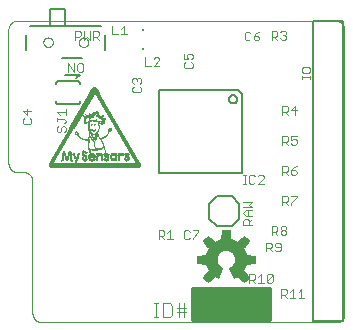
<source format=gto>
G75*
%MOIN*%
%OFA0B0*%
%FSLAX25Y25*%
%IPPOS*%
%LPD*%
%AMOC8*
5,1,8,0,0,1.08239X$1,22.5*
%
%ADD10C,0.00000*%
%ADD11C,0.00400*%
%ADD12C,0.01600*%
%ADD13C,0.00300*%
%ADD14C,0.00500*%
%ADD15C,0.00600*%
%ADD16R,0.00984X0.00984*%
%ADD17C,0.00800*%
%ADD18R,0.28949X0.00044*%
%ADD19R,0.29260X0.00044*%
%ADD20R,0.29526X0.00044*%
%ADD21R,0.29704X0.00044*%
%ADD22R,0.29837X0.00044*%
%ADD23R,0.29970X0.00044*%
%ADD24R,0.30059X0.00044*%
%ADD25R,0.30148X0.00044*%
%ADD26R,0.30236X0.00044*%
%ADD27R,0.30325X0.00044*%
%ADD28R,0.30414X0.00044*%
%ADD29R,0.30414X0.00044*%
%ADD30R,0.30503X0.00044*%
%ADD31R,0.30592X0.00044*%
%ADD32R,0.30636X0.00044*%
%ADD33R,0.30636X0.00044*%
%ADD34R,0.30680X0.00044*%
%ADD35R,0.30547X0.00044*%
%ADD36R,0.30503X0.00044*%
%ADD37R,0.30458X0.00044*%
%ADD38R,0.01465X0.00044*%
%ADD39R,0.01421X0.00044*%
%ADD40R,0.01465X0.00044*%
%ADD41R,0.00311X0.00044*%
%ADD42R,0.00710X0.00044*%
%ADD43R,0.00755X0.00044*%
%ADD44R,0.01421X0.00044*%
%ADD45R,0.01510X0.00044*%
%ADD46R,0.00755X0.00044*%
%ADD47R,0.01421X0.00044*%
%ADD48R,0.00755X0.00044*%
%ADD49R,0.01510X0.00044*%
%ADD50R,0.01465X0.00044*%
%ADD51R,0.00710X0.00044*%
%ADD52R,0.01421X0.00044*%
%ADD53R,0.01510X0.00044*%
%ADD54R,0.00710X0.00044*%
%ADD55R,0.01510X0.00044*%
%ADD56R,0.00755X0.00044*%
%ADD57R,0.00311X0.00044*%
%ADD58R,0.00577X0.00044*%
%ADD59R,0.00444X0.00044*%
%ADD60R,0.00266X0.00044*%
%ADD61R,0.00666X0.00044*%
%ADD62R,0.00666X0.00044*%
%ADD63R,0.01021X0.00044*%
%ADD64R,0.00533X0.00044*%
%ADD65R,0.00622X0.00044*%
%ADD66R,0.00089X0.00044*%
%ADD67R,0.00622X0.00044*%
%ADD68R,0.00932X0.00044*%
%ADD69R,0.01243X0.00044*%
%ADD70R,0.00577X0.00044*%
%ADD71R,0.00888X0.00044*%
%ADD72R,0.00888X0.00044*%
%ADD73R,0.01465X0.00044*%
%ADD74R,0.00622X0.00044*%
%ADD75R,0.00710X0.00044*%
%ADD76R,0.01066X0.00044*%
%ADD77R,0.00577X0.00044*%
%ADD78R,0.01154X0.00044*%
%ADD79R,0.01199X0.00044*%
%ADD80R,0.01199X0.00044*%
%ADD81R,0.01332X0.00044*%
%ADD82R,0.01288X0.00044*%
%ADD83R,0.01598X0.00044*%
%ADD84R,0.01332X0.00044*%
%ADD85R,0.00799X0.00044*%
%ADD86R,0.01687X0.00044*%
%ADD87R,0.01820X0.00044*%
%ADD88R,0.01554X0.00044*%
%ADD89R,0.00844X0.00044*%
%ADD90R,0.01598X0.00044*%
%ADD91R,0.01909X0.00044*%
%ADD92R,0.01643X0.00044*%
%ADD93R,0.01776X0.00044*%
%ADD94R,0.00844X0.00044*%
%ADD95R,0.01687X0.00044*%
%ADD96R,0.01998X0.00044*%
%ADD97R,0.01865X0.00044*%
%ADD98R,0.01776X0.00044*%
%ADD99R,0.02087X0.00044*%
%ADD100R,0.01732X0.00044*%
%ADD101R,0.01954X0.00044*%
%ADD102R,0.01732X0.00044*%
%ADD103R,0.01820X0.00044*%
%ADD104R,0.02176X0.00044*%
%ADD105R,0.01776X0.00044*%
%ADD106R,0.01909X0.00044*%
%ADD107R,0.00133X0.00044*%
%ADD108R,0.01021X0.00044*%
%ADD109R,0.00977X0.00044*%
%ADD110R,0.01954X0.00044*%
%ADD111R,0.00799X0.00044*%
%ADD112R,0.00622X0.00044*%
%ADD113R,0.02176X0.00044*%
%ADD114R,0.00666X0.00044*%
%ADD115R,0.01066X0.00044*%
%ADD116R,0.00977X0.00044*%
%ADD117R,0.00488X0.00044*%
%ADD118R,0.02220X0.00044*%
%ADD119R,0.00355X0.00044*%
%ADD120R,0.02309X0.00044*%
%ADD121R,0.00355X0.00044*%
%ADD122R,0.01110X0.00044*%
%ADD123R,0.00844X0.00044*%
%ADD124R,0.00222X0.00044*%
%ADD125R,0.00977X0.00044*%
%ADD126R,0.01154X0.00044*%
%ADD127R,0.00178X0.00044*%
%ADD128R,0.00133X0.00044*%
%ADD129R,0.00044X0.00044*%
%ADD130R,0.01243X0.00044*%
%ADD131R,0.00799X0.00044*%
%ADD132R,0.01243X0.00044*%
%ADD133R,0.00400X0.00044*%
%ADD134R,0.01376X0.00044*%
%ADD135R,0.00400X0.00044*%
%ADD136R,0.02442X0.00044*%
%ADD137R,0.02486X0.00044*%
%ADD138R,0.02486X0.00044*%
%ADD139R,0.02531X0.00044*%
%ADD140R,0.01021X0.00044*%
%ADD141R,0.01066X0.00044*%
%ADD142R,0.00932X0.00044*%
%ADD143R,0.02531X0.00044*%
%ADD144R,0.00666X0.00044*%
%ADD145R,0.02486X0.00044*%
%ADD146R,0.00888X0.00044*%
%ADD147R,0.00844X0.00044*%
%ADD148R,0.00932X0.00044*%
%ADD149R,0.00266X0.00044*%
%ADD150R,0.00444X0.00044*%
%ADD151R,0.01554X0.00044*%
%ADD152R,0.01332X0.00044*%
%ADD153R,0.00888X0.00044*%
%ADD154R,0.01066X0.00044*%
%ADD155R,0.02087X0.00044*%
%ADD156R,0.00577X0.00044*%
%ADD157R,0.01820X0.00044*%
%ADD158R,0.01865X0.00044*%
%ADD159R,0.01643X0.00044*%
%ADD160R,0.01954X0.00044*%
%ADD161R,0.02042X0.00044*%
%ADD162R,0.02131X0.00044*%
%ADD163R,0.01154X0.00044*%
%ADD164R,0.01288X0.00044*%
%ADD165R,0.01865X0.00044*%
%ADD166R,0.01998X0.00044*%
%ADD167R,0.01154X0.00044*%
%ADD168R,0.01909X0.00044*%
%ADD169R,0.01376X0.00044*%
%ADD170R,0.00266X0.00044*%
%ADD171R,0.01199X0.00044*%
%ADD172R,0.00533X0.00044*%
%ADD173R,0.01199X0.00044*%
%ADD174R,0.00044X0.00044*%
%ADD175R,0.00089X0.00044*%
%ADD176R,0.01554X0.00044*%
%ADD177R,0.00178X0.00044*%
%ADD178R,0.00488X0.00044*%
%ADD179R,0.00178X0.00044*%
%ADD180R,0.02708X0.00044*%
%ADD181R,0.02975X0.00044*%
%ADD182R,0.03774X0.00044*%
%ADD183R,0.03907X0.00044*%
%ADD184R,0.03996X0.00044*%
%ADD185R,0.04129X0.00044*%
%ADD186R,0.00355X0.00044*%
%ADD187R,0.01376X0.00044*%
%ADD188R,0.00488X0.00044*%
%ADD189R,0.00355X0.00044*%
%ADD190R,0.00222X0.00044*%
%ADD191R,0.00222X0.00044*%
%ADD192R,0.00178X0.00044*%
%ADD193R,0.01554X0.00044*%
%ADD194R,0.00133X0.00044*%
%ADD195R,0.00133X0.00044*%
%ADD196R,0.00311X0.00044*%
%ADD197R,0.00222X0.00044*%
%ADD198R,0.00400X0.00044*%
%ADD199R,0.00444X0.00044*%
%ADD200R,0.00400X0.00044*%
%ADD201R,0.01643X0.00044*%
%ADD202R,0.00089X0.00044*%
%ADD203R,0.00044X0.00044*%
%ADD204R,0.00089X0.00044*%
%ADD205R,0.00444X0.00044*%
%ADD206R,0.02264X0.00044*%
%ADD207R,0.01598X0.00044*%
%ADD208R,0.01643X0.00044*%
%ADD209R,0.01243X0.00044*%
%ADD210R,0.01687X0.00044*%
%ADD211R,0.01687X0.00044*%
%ADD212R,0.02575X0.00044*%
%ADD213R,0.02309X0.00044*%
%ADD214R,0.01288X0.00044*%
%ADD215R,0.00533X0.00044*%
%ADD216R,0.01288X0.00044*%
%ADD217R,0.02264X0.00044*%
%ADD218R,0.01732X0.00044*%
%ADD219R,0.02264X0.00044*%
%ADD220R,0.02353X0.00044*%
%ADD221R,0.01110X0.00044*%
%ADD222R,0.02398X0.00044*%
%ADD223R,0.02664X0.00044*%
%ADD224R,0.01110X0.00044*%
%ADD225R,0.01732X0.00044*%
%ADD226R,0.01598X0.00044*%
%ADD227R,0.01776X0.00044*%
%ADD228R,0.03463X0.00044*%
%ADD229R,0.03419X0.00044*%
%ADD230R,0.03374X0.00044*%
%ADD231R,0.03330X0.00044*%
%ADD232R,0.03286X0.00044*%
%ADD233R,0.03241X0.00044*%
%ADD234R,0.03152X0.00044*%
%ADD235R,0.03108X0.00044*%
%ADD236R,0.03064X0.00044*%
%ADD237R,0.03019X0.00044*%
%ADD238R,0.02975X0.00044*%
%ADD239R,0.02886X0.00044*%
%ADD240R,0.02842X0.00044*%
%ADD241R,0.02797X0.00044*%
%ADD242R,0.02753X0.00044*%
%ADD243R,0.02664X0.00044*%
%ADD244R,0.02620X0.00044*%
%ADD245R,0.02442X0.00044*%
%ADD246R,0.02353X0.00044*%
%ADD247R,0.02131X0.00044*%
%ADD248R,0.01820X0.00044*%
D10*
X0086078Y0053500D02*
X0086185Y0053498D01*
X0086292Y0053492D01*
X0086399Y0053483D01*
X0086505Y0053469D01*
X0086611Y0053452D01*
X0086716Y0053431D01*
X0086820Y0053407D01*
X0086923Y0053378D01*
X0087025Y0053346D01*
X0087126Y0053311D01*
X0087226Y0053272D01*
X0087324Y0053229D01*
X0087421Y0053183D01*
X0087516Y0053133D01*
X0087609Y0053080D01*
X0087700Y0053024D01*
X0087789Y0052964D01*
X0087876Y0052902D01*
X0087960Y0052836D01*
X0088043Y0052767D01*
X0088122Y0052696D01*
X0088199Y0052621D01*
X0088274Y0052544D01*
X0088345Y0052465D01*
X0088414Y0052382D01*
X0088480Y0052298D01*
X0088542Y0052211D01*
X0088602Y0052122D01*
X0088658Y0052031D01*
X0088711Y0051938D01*
X0088761Y0051843D01*
X0088807Y0051746D01*
X0088850Y0051648D01*
X0088889Y0051548D01*
X0088924Y0051447D01*
X0088956Y0051345D01*
X0088985Y0051242D01*
X0089009Y0051138D01*
X0089030Y0051033D01*
X0089047Y0050927D01*
X0089061Y0050821D01*
X0089070Y0050714D01*
X0089076Y0050607D01*
X0089078Y0050500D01*
X0089078Y0006500D01*
X0089080Y0006393D01*
X0089086Y0006286D01*
X0089095Y0006179D01*
X0089109Y0006073D01*
X0089126Y0005967D01*
X0089147Y0005862D01*
X0089171Y0005758D01*
X0089200Y0005655D01*
X0089232Y0005553D01*
X0089267Y0005452D01*
X0089306Y0005352D01*
X0089349Y0005254D01*
X0089395Y0005157D01*
X0089445Y0005062D01*
X0089498Y0004969D01*
X0089554Y0004878D01*
X0089614Y0004789D01*
X0089676Y0004702D01*
X0089742Y0004618D01*
X0089811Y0004535D01*
X0089882Y0004456D01*
X0089957Y0004379D01*
X0090034Y0004304D01*
X0090113Y0004233D01*
X0090196Y0004164D01*
X0090280Y0004098D01*
X0090367Y0004036D01*
X0090456Y0003976D01*
X0090547Y0003920D01*
X0090640Y0003867D01*
X0090735Y0003817D01*
X0090832Y0003771D01*
X0090930Y0003728D01*
X0091030Y0003689D01*
X0091131Y0003654D01*
X0091233Y0003622D01*
X0091336Y0003593D01*
X0091440Y0003569D01*
X0091545Y0003548D01*
X0091651Y0003531D01*
X0091757Y0003517D01*
X0091864Y0003508D01*
X0091971Y0003502D01*
X0092078Y0003500D01*
X0190578Y0003500D01*
X0190676Y0003502D01*
X0190774Y0003508D01*
X0190872Y0003517D01*
X0190969Y0003531D01*
X0191066Y0003548D01*
X0191162Y0003569D01*
X0191257Y0003594D01*
X0191351Y0003622D01*
X0191443Y0003655D01*
X0191535Y0003690D01*
X0191625Y0003730D01*
X0191713Y0003772D01*
X0191800Y0003819D01*
X0191884Y0003868D01*
X0191967Y0003921D01*
X0192047Y0003977D01*
X0192126Y0004037D01*
X0192202Y0004099D01*
X0192275Y0004164D01*
X0192346Y0004232D01*
X0192414Y0004303D01*
X0192479Y0004376D01*
X0192541Y0004452D01*
X0192601Y0004531D01*
X0192657Y0004611D01*
X0192710Y0004694D01*
X0192759Y0004778D01*
X0192806Y0004865D01*
X0192848Y0004953D01*
X0192888Y0005043D01*
X0192923Y0005135D01*
X0192956Y0005227D01*
X0192984Y0005321D01*
X0193009Y0005416D01*
X0193030Y0005512D01*
X0193047Y0005609D01*
X0193061Y0005706D01*
X0193070Y0005804D01*
X0193076Y0005902D01*
X0193078Y0006000D01*
X0193078Y0101000D01*
X0193076Y0101107D01*
X0193070Y0101214D01*
X0193061Y0101321D01*
X0193047Y0101427D01*
X0193030Y0101533D01*
X0193009Y0101638D01*
X0192985Y0101742D01*
X0192956Y0101845D01*
X0192924Y0101947D01*
X0192889Y0102048D01*
X0192850Y0102148D01*
X0192807Y0102246D01*
X0192761Y0102343D01*
X0192711Y0102438D01*
X0192658Y0102531D01*
X0192602Y0102622D01*
X0192542Y0102711D01*
X0192480Y0102798D01*
X0192414Y0102882D01*
X0192345Y0102965D01*
X0192274Y0103044D01*
X0192199Y0103121D01*
X0192122Y0103196D01*
X0192043Y0103267D01*
X0191960Y0103336D01*
X0191876Y0103402D01*
X0191789Y0103464D01*
X0191700Y0103524D01*
X0191609Y0103580D01*
X0191516Y0103633D01*
X0191421Y0103683D01*
X0191324Y0103729D01*
X0191226Y0103772D01*
X0191126Y0103811D01*
X0191025Y0103846D01*
X0190923Y0103878D01*
X0190820Y0103907D01*
X0190716Y0103931D01*
X0190611Y0103952D01*
X0190505Y0103969D01*
X0190399Y0103983D01*
X0190292Y0103992D01*
X0190185Y0103998D01*
X0190078Y0104000D01*
X0084120Y0104000D01*
X0084011Y0103998D01*
X0083903Y0103992D01*
X0083795Y0103983D01*
X0083687Y0103969D01*
X0083580Y0103952D01*
X0083474Y0103931D01*
X0083368Y0103906D01*
X0083263Y0103877D01*
X0083160Y0103844D01*
X0083057Y0103808D01*
X0082956Y0103769D01*
X0082857Y0103725D01*
X0082759Y0103678D01*
X0082663Y0103628D01*
X0082568Y0103574D01*
X0082476Y0103517D01*
X0082386Y0103457D01*
X0082298Y0103393D01*
X0082212Y0103327D01*
X0082129Y0103257D01*
X0082048Y0103185D01*
X0081970Y0103109D01*
X0081894Y0103031D01*
X0081822Y0102950D01*
X0081752Y0102867D01*
X0081686Y0102781D01*
X0081622Y0102693D01*
X0081562Y0102603D01*
X0081505Y0102511D01*
X0081451Y0102416D01*
X0081401Y0102320D01*
X0081354Y0102222D01*
X0081310Y0102123D01*
X0081271Y0102022D01*
X0081235Y0101919D01*
X0081202Y0101816D01*
X0081173Y0101711D01*
X0081148Y0101605D01*
X0081127Y0101499D01*
X0081110Y0101392D01*
X0081096Y0101284D01*
X0081087Y0101176D01*
X0081081Y0101068D01*
X0081079Y0100959D01*
X0081078Y0100959D02*
X0081078Y0056500D01*
X0081080Y0056393D01*
X0081086Y0056286D01*
X0081095Y0056179D01*
X0081109Y0056073D01*
X0081126Y0055967D01*
X0081147Y0055862D01*
X0081171Y0055758D01*
X0081200Y0055655D01*
X0081232Y0055553D01*
X0081267Y0055452D01*
X0081306Y0055352D01*
X0081349Y0055254D01*
X0081395Y0055157D01*
X0081445Y0055062D01*
X0081498Y0054969D01*
X0081554Y0054878D01*
X0081614Y0054789D01*
X0081676Y0054702D01*
X0081742Y0054618D01*
X0081811Y0054535D01*
X0081882Y0054456D01*
X0081957Y0054379D01*
X0082034Y0054304D01*
X0082113Y0054233D01*
X0082196Y0054164D01*
X0082280Y0054098D01*
X0082367Y0054036D01*
X0082456Y0053976D01*
X0082547Y0053920D01*
X0082640Y0053867D01*
X0082735Y0053817D01*
X0082832Y0053771D01*
X0082930Y0053728D01*
X0083030Y0053689D01*
X0083131Y0053654D01*
X0083233Y0053622D01*
X0083336Y0053593D01*
X0083440Y0053569D01*
X0083545Y0053548D01*
X0083651Y0053531D01*
X0083757Y0053517D01*
X0083864Y0053508D01*
X0083971Y0053502D01*
X0084078Y0053500D01*
X0086078Y0053500D01*
X0092722Y0096804D02*
X0092724Y0096883D01*
X0092730Y0096962D01*
X0092740Y0097041D01*
X0092754Y0097119D01*
X0092771Y0097196D01*
X0092793Y0097272D01*
X0092818Y0097347D01*
X0092848Y0097420D01*
X0092880Y0097492D01*
X0092917Y0097563D01*
X0092957Y0097631D01*
X0093000Y0097697D01*
X0093046Y0097761D01*
X0093096Y0097823D01*
X0093149Y0097882D01*
X0093204Y0097938D01*
X0093263Y0097992D01*
X0093324Y0098042D01*
X0093387Y0098090D01*
X0093453Y0098134D01*
X0093521Y0098175D01*
X0093591Y0098212D01*
X0093662Y0098246D01*
X0093736Y0098276D01*
X0093810Y0098302D01*
X0093886Y0098324D01*
X0093963Y0098343D01*
X0094041Y0098358D01*
X0094119Y0098369D01*
X0094198Y0098376D01*
X0094277Y0098379D01*
X0094356Y0098378D01*
X0094435Y0098373D01*
X0094514Y0098364D01*
X0094592Y0098351D01*
X0094669Y0098334D01*
X0094746Y0098314D01*
X0094821Y0098289D01*
X0094895Y0098261D01*
X0094968Y0098229D01*
X0095038Y0098194D01*
X0095107Y0098155D01*
X0095174Y0098112D01*
X0095239Y0098066D01*
X0095301Y0098018D01*
X0095361Y0097966D01*
X0095418Y0097911D01*
X0095472Y0097853D01*
X0095523Y0097793D01*
X0095571Y0097730D01*
X0095616Y0097665D01*
X0095658Y0097597D01*
X0095696Y0097528D01*
X0095730Y0097457D01*
X0095761Y0097384D01*
X0095789Y0097309D01*
X0095812Y0097234D01*
X0095832Y0097157D01*
X0095848Y0097080D01*
X0095860Y0097001D01*
X0095868Y0096923D01*
X0095872Y0096844D01*
X0095872Y0096764D01*
X0095868Y0096685D01*
X0095860Y0096607D01*
X0095848Y0096528D01*
X0095832Y0096451D01*
X0095812Y0096374D01*
X0095789Y0096299D01*
X0095761Y0096224D01*
X0095730Y0096151D01*
X0095696Y0096080D01*
X0095658Y0096011D01*
X0095616Y0095943D01*
X0095571Y0095878D01*
X0095523Y0095815D01*
X0095472Y0095755D01*
X0095418Y0095697D01*
X0095361Y0095642D01*
X0095301Y0095590D01*
X0095239Y0095542D01*
X0095174Y0095496D01*
X0095107Y0095453D01*
X0095038Y0095414D01*
X0094968Y0095379D01*
X0094895Y0095347D01*
X0094821Y0095319D01*
X0094746Y0095294D01*
X0094669Y0095274D01*
X0094592Y0095257D01*
X0094514Y0095244D01*
X0094435Y0095235D01*
X0094356Y0095230D01*
X0094277Y0095229D01*
X0094198Y0095232D01*
X0094119Y0095239D01*
X0094041Y0095250D01*
X0093963Y0095265D01*
X0093886Y0095284D01*
X0093810Y0095306D01*
X0093736Y0095332D01*
X0093662Y0095362D01*
X0093591Y0095396D01*
X0093521Y0095433D01*
X0093453Y0095474D01*
X0093387Y0095518D01*
X0093324Y0095566D01*
X0093263Y0095616D01*
X0093204Y0095670D01*
X0093149Y0095726D01*
X0093096Y0095785D01*
X0093046Y0095847D01*
X0093000Y0095911D01*
X0092957Y0095977D01*
X0092917Y0096045D01*
X0092880Y0096116D01*
X0092848Y0096188D01*
X0092818Y0096261D01*
X0092793Y0096336D01*
X0092771Y0096412D01*
X0092754Y0096489D01*
X0092740Y0096567D01*
X0092730Y0096646D01*
X0092724Y0096725D01*
X0092722Y0096804D01*
X0104533Y0096804D02*
X0104535Y0096883D01*
X0104541Y0096962D01*
X0104551Y0097041D01*
X0104565Y0097119D01*
X0104582Y0097196D01*
X0104604Y0097272D01*
X0104629Y0097347D01*
X0104659Y0097420D01*
X0104691Y0097492D01*
X0104728Y0097563D01*
X0104768Y0097631D01*
X0104811Y0097697D01*
X0104857Y0097761D01*
X0104907Y0097823D01*
X0104960Y0097882D01*
X0105015Y0097938D01*
X0105074Y0097992D01*
X0105135Y0098042D01*
X0105198Y0098090D01*
X0105264Y0098134D01*
X0105332Y0098175D01*
X0105402Y0098212D01*
X0105473Y0098246D01*
X0105547Y0098276D01*
X0105621Y0098302D01*
X0105697Y0098324D01*
X0105774Y0098343D01*
X0105852Y0098358D01*
X0105930Y0098369D01*
X0106009Y0098376D01*
X0106088Y0098379D01*
X0106167Y0098378D01*
X0106246Y0098373D01*
X0106325Y0098364D01*
X0106403Y0098351D01*
X0106480Y0098334D01*
X0106557Y0098314D01*
X0106632Y0098289D01*
X0106706Y0098261D01*
X0106779Y0098229D01*
X0106849Y0098194D01*
X0106918Y0098155D01*
X0106985Y0098112D01*
X0107050Y0098066D01*
X0107112Y0098018D01*
X0107172Y0097966D01*
X0107229Y0097911D01*
X0107283Y0097853D01*
X0107334Y0097793D01*
X0107382Y0097730D01*
X0107427Y0097665D01*
X0107469Y0097597D01*
X0107507Y0097528D01*
X0107541Y0097457D01*
X0107572Y0097384D01*
X0107600Y0097309D01*
X0107623Y0097234D01*
X0107643Y0097157D01*
X0107659Y0097080D01*
X0107671Y0097001D01*
X0107679Y0096923D01*
X0107683Y0096844D01*
X0107683Y0096764D01*
X0107679Y0096685D01*
X0107671Y0096607D01*
X0107659Y0096528D01*
X0107643Y0096451D01*
X0107623Y0096374D01*
X0107600Y0096299D01*
X0107572Y0096224D01*
X0107541Y0096151D01*
X0107507Y0096080D01*
X0107469Y0096011D01*
X0107427Y0095943D01*
X0107382Y0095878D01*
X0107334Y0095815D01*
X0107283Y0095755D01*
X0107229Y0095697D01*
X0107172Y0095642D01*
X0107112Y0095590D01*
X0107050Y0095542D01*
X0106985Y0095496D01*
X0106918Y0095453D01*
X0106849Y0095414D01*
X0106779Y0095379D01*
X0106706Y0095347D01*
X0106632Y0095319D01*
X0106557Y0095294D01*
X0106480Y0095274D01*
X0106403Y0095257D01*
X0106325Y0095244D01*
X0106246Y0095235D01*
X0106167Y0095230D01*
X0106088Y0095229D01*
X0106009Y0095232D01*
X0105930Y0095239D01*
X0105852Y0095250D01*
X0105774Y0095265D01*
X0105697Y0095284D01*
X0105621Y0095306D01*
X0105547Y0095332D01*
X0105473Y0095362D01*
X0105402Y0095396D01*
X0105332Y0095433D01*
X0105264Y0095474D01*
X0105198Y0095518D01*
X0105135Y0095566D01*
X0105074Y0095616D01*
X0105015Y0095670D01*
X0104960Y0095726D01*
X0104907Y0095785D01*
X0104857Y0095847D01*
X0104811Y0095911D01*
X0104768Y0095977D01*
X0104728Y0096045D01*
X0104691Y0096116D01*
X0104659Y0096188D01*
X0104629Y0096261D01*
X0104604Y0096336D01*
X0104582Y0096412D01*
X0104565Y0096489D01*
X0104551Y0096567D01*
X0104541Y0096646D01*
X0104535Y0096725D01*
X0104533Y0096804D01*
D11*
X0129501Y0009804D02*
X0131036Y0009804D01*
X0130269Y0009804D02*
X0130269Y0005200D01*
X0131036Y0005200D02*
X0129501Y0005200D01*
X0132571Y0005200D02*
X0134872Y0005200D01*
X0135640Y0005967D01*
X0135640Y0009037D01*
X0134872Y0009804D01*
X0132571Y0009804D01*
X0132571Y0005200D01*
X0137174Y0006735D02*
X0140244Y0006735D01*
X0140244Y0008269D02*
X0139476Y0008269D01*
X0137174Y0008269D01*
X0137942Y0009804D02*
X0137942Y0005200D01*
X0139476Y0005200D02*
X0139476Y0009804D01*
D12*
X0142578Y0009879D02*
X0168078Y0009879D01*
X0168078Y0008281D02*
X0142578Y0008281D01*
X0142578Y0006682D02*
X0168078Y0006682D01*
X0168078Y0005084D02*
X0142578Y0005084D01*
X0142578Y0004500D02*
X0142578Y0014500D01*
X0168078Y0014500D01*
X0168078Y0004500D01*
X0142578Y0004500D01*
X0142578Y0011478D02*
X0168078Y0011478D01*
X0168078Y0013076D02*
X0142578Y0013076D01*
D13*
X0147210Y0017053D02*
X0147897Y0017053D01*
X0148263Y0017351D02*
X0146912Y0017351D01*
X0146613Y0017650D02*
X0148629Y0017650D01*
X0148995Y0017948D02*
X0146315Y0017948D01*
X0146016Y0018247D02*
X0149361Y0018247D01*
X0149727Y0018545D02*
X0145908Y0018545D01*
X0145823Y0018440D02*
X0147519Y0016744D01*
X0149993Y0018761D01*
X0150989Y0018248D01*
X0152401Y0021658D01*
X0151869Y0021942D01*
X0151403Y0022325D01*
X0151021Y0022791D01*
X0150737Y0023323D01*
X0150562Y0023900D01*
X0150502Y0024500D01*
X0150567Y0025128D01*
X0150759Y0025730D01*
X0151070Y0026280D01*
X0151486Y0026755D01*
X0151991Y0027135D01*
X0152562Y0027403D01*
X0153177Y0027550D01*
X0153808Y0027567D01*
X0154430Y0027456D01*
X0155016Y0027220D01*
X0155541Y0026869D01*
X0155983Y0026418D01*
X0156324Y0025886D01*
X0156549Y0025296D01*
X0156649Y0024673D01*
X0156620Y0024042D01*
X0156462Y0023430D01*
X0156183Y0022864D01*
X0155794Y0022366D01*
X0155311Y0021959D01*
X0154756Y0021658D01*
X0156168Y0018248D01*
X0157164Y0018761D01*
X0159638Y0016744D01*
X0161334Y0018440D01*
X0159317Y0020914D01*
X0159830Y0021911D01*
X0160172Y0022978D01*
X0163348Y0023300D01*
X0163348Y0025700D01*
X0160172Y0026022D01*
X0159830Y0027089D01*
X0159317Y0028086D01*
X0161334Y0030560D01*
X0159638Y0032256D01*
X0157164Y0030239D01*
X0156168Y0030752D01*
X0155100Y0031093D01*
X0154778Y0034269D01*
X0152379Y0034269D01*
X0152056Y0031093D01*
X0150989Y0030752D01*
X0149993Y0030239D01*
X0147519Y0032256D01*
X0145823Y0030560D01*
X0147840Y0028086D01*
X0147327Y0027089D01*
X0146985Y0026022D01*
X0143809Y0025700D01*
X0143809Y0023300D01*
X0146985Y0022978D01*
X0147327Y0021911D01*
X0147840Y0020914D01*
X0145823Y0018440D01*
X0146152Y0018844D02*
X0151235Y0018844D01*
X0151359Y0019142D02*
X0146395Y0019142D01*
X0146638Y0019441D02*
X0151483Y0019441D01*
X0151606Y0019739D02*
X0146882Y0019739D01*
X0147125Y0020038D02*
X0151730Y0020038D01*
X0151854Y0020336D02*
X0147369Y0020336D01*
X0147612Y0020635D02*
X0151977Y0020635D01*
X0152101Y0020933D02*
X0147830Y0020933D01*
X0147676Y0021232D02*
X0152225Y0021232D01*
X0152348Y0021530D02*
X0147523Y0021530D01*
X0147369Y0021829D02*
X0152082Y0021829D01*
X0151644Y0022127D02*
X0147257Y0022127D01*
X0147162Y0022426D02*
X0151321Y0022426D01*
X0151076Y0022724D02*
X0147066Y0022724D01*
X0146543Y0023023D02*
X0150897Y0023023D01*
X0150737Y0023321D02*
X0143809Y0023321D01*
X0143809Y0023620D02*
X0150646Y0023620D01*
X0150560Y0023918D02*
X0143809Y0023918D01*
X0143809Y0024217D02*
X0150530Y0024217D01*
X0150504Y0024515D02*
X0143809Y0024515D01*
X0143809Y0024814D02*
X0150535Y0024814D01*
X0150566Y0025112D02*
X0143809Y0025112D01*
X0143809Y0025411D02*
X0150657Y0025411D01*
X0150753Y0025709D02*
X0143906Y0025709D01*
X0146846Y0026008D02*
X0150916Y0026008D01*
X0151093Y0026306D02*
X0147076Y0026306D01*
X0147172Y0026605D02*
X0151355Y0026605D01*
X0151684Y0026903D02*
X0147267Y0026903D01*
X0147385Y0027202D02*
X0152134Y0027202D01*
X0152971Y0027501D02*
X0147538Y0027501D01*
X0147692Y0027799D02*
X0159465Y0027799D01*
X0159327Y0028098D02*
X0147830Y0028098D01*
X0147587Y0028396D02*
X0159570Y0028396D01*
X0159813Y0028695D02*
X0147343Y0028695D01*
X0147100Y0028993D02*
X0160057Y0028993D01*
X0160300Y0029292D02*
X0146857Y0029292D01*
X0146613Y0029590D02*
X0160544Y0029590D01*
X0160787Y0029889D02*
X0146370Y0029889D01*
X0146126Y0030187D02*
X0161030Y0030187D01*
X0161274Y0030486D02*
X0157467Y0030486D01*
X0157833Y0030784D02*
X0161110Y0030784D01*
X0160812Y0031083D02*
X0158199Y0031083D01*
X0158565Y0031381D02*
X0160513Y0031381D01*
X0160214Y0031680D02*
X0158932Y0031680D01*
X0159298Y0031978D02*
X0159916Y0031978D01*
X0156066Y0030784D02*
X0151090Y0030784D01*
X0150472Y0030486D02*
X0156685Y0030486D01*
X0155134Y0031083D02*
X0152023Y0031083D01*
X0152086Y0031381D02*
X0155071Y0031381D01*
X0155041Y0031680D02*
X0152116Y0031680D01*
X0152146Y0031978D02*
X0155011Y0031978D01*
X0154980Y0032277D02*
X0152177Y0032277D01*
X0152207Y0032575D02*
X0154950Y0032575D01*
X0154920Y0032874D02*
X0152237Y0032874D01*
X0152267Y0033172D02*
X0154889Y0033172D01*
X0154859Y0033471D02*
X0152298Y0033471D01*
X0152328Y0033769D02*
X0154829Y0033769D01*
X0154798Y0034068D02*
X0152358Y0034068D01*
X0149324Y0030784D02*
X0146047Y0030784D01*
X0145883Y0030486D02*
X0149690Y0030486D01*
X0148957Y0031083D02*
X0146345Y0031083D01*
X0146644Y0031381D02*
X0148591Y0031381D01*
X0148225Y0031680D02*
X0146942Y0031680D01*
X0147241Y0031978D02*
X0147859Y0031978D01*
X0144414Y0033591D02*
X0142479Y0031656D01*
X0142479Y0031172D01*
X0141468Y0031656D02*
X0140984Y0031172D01*
X0140016Y0031172D01*
X0139533Y0031656D01*
X0139533Y0033591D01*
X0140016Y0034075D01*
X0140984Y0034075D01*
X0141468Y0033591D01*
X0142479Y0034075D02*
X0144414Y0034075D01*
X0144414Y0033591D01*
X0136017Y0031150D02*
X0134082Y0031150D01*
X0135049Y0031150D02*
X0135049Y0034052D01*
X0134082Y0033085D01*
X0133070Y0033569D02*
X0133070Y0032601D01*
X0132587Y0032117D01*
X0131135Y0032117D01*
X0131135Y0031150D02*
X0131135Y0034052D01*
X0132587Y0034052D01*
X0133070Y0033569D01*
X0132103Y0032117D02*
X0133070Y0031150D01*
X0154180Y0027501D02*
X0159618Y0027501D01*
X0159772Y0027202D02*
X0155042Y0027202D01*
X0155489Y0026903D02*
X0159890Y0026903D01*
X0159985Y0026605D02*
X0155799Y0026605D01*
X0156055Y0026306D02*
X0160081Y0026306D01*
X0160310Y0026008D02*
X0156246Y0026008D01*
X0156392Y0025709D02*
X0163251Y0025709D01*
X0163348Y0025411D02*
X0156506Y0025411D01*
X0156579Y0025112D02*
X0163348Y0025112D01*
X0163348Y0024814D02*
X0156627Y0024814D01*
X0156642Y0024515D02*
X0163348Y0024515D01*
X0163348Y0024217D02*
X0156628Y0024217D01*
X0156588Y0023918D02*
X0163348Y0023918D01*
X0163348Y0023620D02*
X0156511Y0023620D01*
X0156409Y0023321D02*
X0163348Y0023321D01*
X0160614Y0023023D02*
X0156261Y0023023D01*
X0156074Y0022724D02*
X0160091Y0022724D01*
X0159995Y0022426D02*
X0155840Y0022426D01*
X0155511Y0022127D02*
X0159899Y0022127D01*
X0159788Y0021829D02*
X0155071Y0021829D01*
X0154809Y0021530D02*
X0159634Y0021530D01*
X0159481Y0021232D02*
X0154932Y0021232D01*
X0155056Y0020933D02*
X0159327Y0020933D01*
X0159545Y0020635D02*
X0155180Y0020635D01*
X0155303Y0020336D02*
X0159788Y0020336D01*
X0160032Y0020038D02*
X0155427Y0020038D01*
X0155550Y0019739D02*
X0160275Y0019739D01*
X0160518Y0019441D02*
X0155674Y0019441D01*
X0155798Y0019142D02*
X0160762Y0019142D01*
X0161005Y0018844D02*
X0155921Y0018844D01*
X0156045Y0018545D02*
X0156745Y0018545D01*
X0157429Y0018545D02*
X0161249Y0018545D01*
X0161141Y0018247D02*
X0157796Y0018247D01*
X0158162Y0017948D02*
X0160842Y0017948D01*
X0160544Y0017650D02*
X0158528Y0017650D01*
X0158894Y0017351D02*
X0160245Y0017351D01*
X0159947Y0017053D02*
X0159260Y0017053D01*
X0159626Y0016754D02*
X0159648Y0016754D01*
X0161389Y0016700D02*
X0161389Y0019602D01*
X0162840Y0019602D01*
X0163324Y0019119D01*
X0163324Y0018151D01*
X0162840Y0017667D01*
X0161389Y0017667D01*
X0162356Y0017667D02*
X0163324Y0016700D01*
X0164335Y0016700D02*
X0166270Y0016700D01*
X0165303Y0016700D02*
X0165303Y0019602D01*
X0164335Y0018635D01*
X0167282Y0019119D02*
X0167282Y0017184D01*
X0169217Y0019119D01*
X0169217Y0017184D01*
X0168733Y0016700D01*
X0167766Y0016700D01*
X0167282Y0017184D01*
X0167282Y0019119D02*
X0167766Y0019602D01*
X0168733Y0019602D01*
X0169217Y0019119D01*
X0171889Y0014602D02*
X0173340Y0014602D01*
X0173824Y0014119D01*
X0173824Y0013151D01*
X0173340Y0012667D01*
X0171889Y0012667D01*
X0171889Y0011700D02*
X0171889Y0014602D01*
X0172856Y0012667D02*
X0173824Y0011700D01*
X0174835Y0011700D02*
X0176770Y0011700D01*
X0175803Y0011700D02*
X0175803Y0014602D01*
X0174835Y0013635D01*
X0177782Y0013635D02*
X0178749Y0014602D01*
X0178749Y0011700D01*
X0177782Y0011700D02*
X0179717Y0011700D01*
X0171326Y0027100D02*
X0171810Y0027584D01*
X0171810Y0029519D01*
X0171326Y0030002D01*
X0170359Y0030002D01*
X0169875Y0029519D01*
X0169875Y0029035D01*
X0170359Y0028551D01*
X0171810Y0028551D01*
X0171326Y0027100D02*
X0170359Y0027100D01*
X0169875Y0027584D01*
X0168863Y0027100D02*
X0167896Y0028067D01*
X0168380Y0028067D02*
X0166928Y0028067D01*
X0166928Y0027100D02*
X0166928Y0030002D01*
X0168380Y0030002D01*
X0168863Y0029519D01*
X0168863Y0028551D01*
X0168380Y0028067D01*
X0168835Y0032700D02*
X0168835Y0035602D01*
X0170287Y0035602D01*
X0170770Y0035119D01*
X0170770Y0034151D01*
X0170287Y0033667D01*
X0168835Y0033667D01*
X0169803Y0033667D02*
X0170770Y0032700D01*
X0171782Y0033184D02*
X0171782Y0033667D01*
X0172266Y0034151D01*
X0173233Y0034151D01*
X0173717Y0033667D01*
X0173717Y0033184D01*
X0173233Y0032700D01*
X0172266Y0032700D01*
X0171782Y0033184D01*
X0172266Y0034151D02*
X0171782Y0034635D01*
X0171782Y0035119D01*
X0172266Y0035602D01*
X0173233Y0035602D01*
X0173717Y0035119D01*
X0173717Y0034635D01*
X0173233Y0034151D01*
X0162228Y0035850D02*
X0159326Y0035850D01*
X0159326Y0037301D01*
X0159810Y0037785D01*
X0160777Y0037785D01*
X0161261Y0037301D01*
X0161261Y0035850D01*
X0161261Y0036817D02*
X0162228Y0037785D01*
X0162228Y0038797D02*
X0160293Y0038797D01*
X0159326Y0039764D01*
X0160293Y0040731D01*
X0162228Y0040731D01*
X0162228Y0041743D02*
X0159326Y0041743D01*
X0160777Y0040731D02*
X0160777Y0038797D01*
X0162228Y0041743D02*
X0161261Y0042711D01*
X0162228Y0043678D01*
X0159326Y0043678D01*
X0159303Y0049703D02*
X0160270Y0049703D01*
X0159787Y0049703D02*
X0159787Y0052606D01*
X0160270Y0052606D02*
X0159303Y0052606D01*
X0161267Y0052122D02*
X0161267Y0050187D01*
X0161751Y0049703D01*
X0162718Y0049703D01*
X0163202Y0050187D01*
X0164214Y0049703D02*
X0166149Y0051638D01*
X0166149Y0052122D01*
X0165665Y0052606D01*
X0164697Y0052606D01*
X0164214Y0052122D01*
X0163202Y0052122D02*
X0162718Y0052606D01*
X0161751Y0052606D01*
X0161267Y0052122D01*
X0164214Y0049703D02*
X0166149Y0049703D01*
X0172335Y0052700D02*
X0172335Y0055602D01*
X0173787Y0055602D01*
X0174270Y0055119D01*
X0174270Y0054151D01*
X0173787Y0053667D01*
X0172335Y0053667D01*
X0173303Y0053667D02*
X0174270Y0052700D01*
X0175282Y0053184D02*
X0175766Y0052700D01*
X0176733Y0052700D01*
X0177217Y0053184D01*
X0177217Y0053667D01*
X0176733Y0054151D01*
X0175282Y0054151D01*
X0175282Y0053184D01*
X0175282Y0054151D02*
X0176249Y0055119D01*
X0177217Y0055602D01*
X0176733Y0062700D02*
X0175766Y0062700D01*
X0175282Y0063184D01*
X0175282Y0064151D02*
X0176249Y0064635D01*
X0176733Y0064635D01*
X0177217Y0064151D01*
X0177217Y0063184D01*
X0176733Y0062700D01*
X0175282Y0064151D02*
X0175282Y0065602D01*
X0177217Y0065602D01*
X0174270Y0065119D02*
X0174270Y0064151D01*
X0173787Y0063667D01*
X0172335Y0063667D01*
X0172335Y0062700D02*
X0172335Y0065602D01*
X0173787Y0065602D01*
X0174270Y0065119D01*
X0173303Y0063667D02*
X0174270Y0062700D01*
X0174270Y0072700D02*
X0173303Y0073667D01*
X0173787Y0073667D02*
X0172335Y0073667D01*
X0172335Y0072700D02*
X0172335Y0075602D01*
X0173787Y0075602D01*
X0174270Y0075119D01*
X0174270Y0074151D01*
X0173787Y0073667D01*
X0175282Y0074151D02*
X0177217Y0074151D01*
X0176733Y0072700D02*
X0176733Y0075602D01*
X0175282Y0074151D01*
X0178826Y0084600D02*
X0178826Y0085567D01*
X0178826Y0085084D02*
X0181728Y0085084D01*
X0181728Y0085567D02*
X0181728Y0084600D01*
X0181245Y0086564D02*
X0179310Y0086564D01*
X0178826Y0087048D01*
X0178826Y0088016D01*
X0179310Y0088499D01*
X0181245Y0088499D01*
X0181728Y0088016D01*
X0181728Y0087048D01*
X0181245Y0086564D01*
X0173199Y0097663D02*
X0172231Y0097663D01*
X0171747Y0098146D01*
X0170736Y0097663D02*
X0169768Y0098630D01*
X0170252Y0098630D02*
X0168801Y0098630D01*
X0168801Y0097663D02*
X0168801Y0100565D01*
X0170252Y0100565D01*
X0170736Y0100081D01*
X0170736Y0099114D01*
X0170252Y0098630D01*
X0171747Y0100081D02*
X0172231Y0100565D01*
X0173199Y0100565D01*
X0173682Y0100081D01*
X0173682Y0099598D01*
X0173199Y0099114D01*
X0173682Y0098630D01*
X0173682Y0098146D01*
X0173199Y0097663D01*
X0173199Y0099114D02*
X0172715Y0099114D01*
X0164719Y0098373D02*
X0164719Y0097889D01*
X0164235Y0097406D01*
X0163268Y0097406D01*
X0162784Y0097889D01*
X0162784Y0098857D01*
X0164235Y0098857D01*
X0164719Y0098373D01*
X0163751Y0099824D02*
X0162784Y0098857D01*
X0163751Y0099824D02*
X0164719Y0100308D01*
X0161772Y0099824D02*
X0161288Y0100308D01*
X0160321Y0100308D01*
X0159837Y0099824D01*
X0159837Y0097889D01*
X0160321Y0097406D01*
X0161288Y0097406D01*
X0161772Y0097889D01*
X0142525Y0092520D02*
X0142525Y0091553D01*
X0142041Y0091069D01*
X0141074Y0091069D02*
X0140590Y0092036D01*
X0140590Y0092520D01*
X0141074Y0093004D01*
X0142041Y0093004D01*
X0142525Y0092520D01*
X0141074Y0091069D02*
X0139622Y0091069D01*
X0139622Y0093004D01*
X0140106Y0090057D02*
X0139622Y0089574D01*
X0139622Y0088606D01*
X0140106Y0088122D01*
X0142041Y0088122D01*
X0142525Y0088606D01*
X0142525Y0089574D01*
X0142041Y0090057D01*
X0131425Y0090859D02*
X0131425Y0091343D01*
X0130941Y0091826D01*
X0129974Y0091826D01*
X0129490Y0091343D01*
X0131425Y0090859D02*
X0129490Y0088924D01*
X0131425Y0088924D01*
X0128478Y0088924D02*
X0126543Y0088924D01*
X0126543Y0091826D01*
X0120471Y0099441D02*
X0118536Y0099441D01*
X0119504Y0099441D02*
X0119504Y0102343D01*
X0118536Y0101376D01*
X0115590Y0102343D02*
X0115590Y0099441D01*
X0117525Y0099441D01*
X0111152Y0099142D02*
X0110668Y0098658D01*
X0109217Y0098658D01*
X0109217Y0097691D02*
X0109217Y0100593D01*
X0110668Y0100593D01*
X0111152Y0100110D01*
X0111152Y0099142D01*
X0110184Y0098658D02*
X0111152Y0097691D01*
X0108205Y0097691D02*
X0108205Y0100593D01*
X0106270Y0100593D02*
X0106270Y0097691D01*
X0107238Y0098658D01*
X0108205Y0097691D01*
X0105259Y0099142D02*
X0104775Y0098658D01*
X0103324Y0098658D01*
X0103324Y0097691D02*
X0103324Y0100593D01*
X0104775Y0100593D01*
X0105259Y0100110D01*
X0105259Y0099142D01*
X0105445Y0089850D02*
X0104477Y0089850D01*
X0103993Y0089366D01*
X0103993Y0087431D01*
X0104477Y0086948D01*
X0105445Y0086948D01*
X0105928Y0087431D01*
X0105928Y0089366D01*
X0105445Y0089850D01*
X0102982Y0089850D02*
X0102982Y0086948D01*
X0101047Y0089850D01*
X0101047Y0086948D01*
X0100128Y0074613D02*
X0100128Y0072678D01*
X0100128Y0073646D02*
X0097226Y0073646D01*
X0098193Y0072678D01*
X0097226Y0071667D02*
X0097226Y0070699D01*
X0097226Y0071183D02*
X0099645Y0071183D01*
X0100128Y0070699D01*
X0100128Y0070216D01*
X0099645Y0069732D01*
X0099645Y0068720D02*
X0099161Y0068720D01*
X0098677Y0068236D01*
X0098677Y0067269D01*
X0098193Y0066785D01*
X0097710Y0066785D01*
X0097226Y0067269D01*
X0097226Y0068236D01*
X0097710Y0068720D01*
X0099645Y0068720D02*
X0100128Y0068236D01*
X0100128Y0067269D01*
X0099645Y0066785D01*
X0088717Y0070040D02*
X0088717Y0071007D01*
X0088233Y0071491D01*
X0087266Y0072503D02*
X0087266Y0074438D01*
X0088717Y0073954D02*
X0085815Y0073954D01*
X0087266Y0072503D01*
X0086298Y0071491D02*
X0085815Y0071007D01*
X0085815Y0070040D01*
X0086298Y0069556D01*
X0088233Y0069556D01*
X0088717Y0070040D01*
X0122426Y0080541D02*
X0122910Y0080057D01*
X0124845Y0080057D01*
X0125328Y0080541D01*
X0125328Y0081508D01*
X0124845Y0081992D01*
X0124845Y0083003D02*
X0125328Y0083487D01*
X0125328Y0084455D01*
X0124845Y0084938D01*
X0124361Y0084938D01*
X0123877Y0084455D01*
X0123877Y0083971D01*
X0123877Y0084455D02*
X0123393Y0084938D01*
X0122910Y0084938D01*
X0122426Y0084455D01*
X0122426Y0083487D01*
X0122910Y0083003D01*
X0122910Y0081992D02*
X0122426Y0081508D01*
X0122426Y0080541D01*
X0172335Y0045602D02*
X0173787Y0045602D01*
X0174270Y0045119D01*
X0174270Y0044151D01*
X0173787Y0043667D01*
X0172335Y0043667D01*
X0172335Y0042700D02*
X0172335Y0045602D01*
X0175282Y0045602D02*
X0177217Y0045602D01*
X0177217Y0045119D01*
X0175282Y0043184D01*
X0175282Y0042700D01*
X0174270Y0042700D02*
X0173303Y0043667D01*
X0151112Y0018545D02*
X0150412Y0018545D01*
X0147531Y0016754D02*
X0147509Y0016754D01*
D14*
X0182578Y0003750D02*
X0192578Y0003750D01*
X0192578Y0103750D01*
X0182578Y0103750D01*
X0182578Y0003750D01*
X0105078Y0086000D02*
X0103578Y0085000D01*
X0105078Y0086000D02*
X0100078Y0086000D01*
X0099021Y0091489D02*
X0105714Y0091489D01*
X0113391Y0094048D02*
X0113391Y0099166D01*
X0112013Y0102119D02*
X0100006Y0102119D01*
X0100006Y0108024D01*
X0094887Y0108024D01*
X0094887Y0102119D01*
X0088391Y0102119D01*
X0087013Y0099166D02*
X0087013Y0094048D01*
X0094887Y0102119D02*
X0100006Y0102119D01*
D15*
X0131332Y0080825D02*
X0157533Y0080825D01*
X0158931Y0079427D01*
X0158931Y0053226D01*
X0131332Y0053226D01*
X0131332Y0080825D01*
X0154518Y0077826D02*
X0154520Y0077901D01*
X0154526Y0077975D01*
X0154536Y0078049D01*
X0154549Y0078122D01*
X0154567Y0078195D01*
X0154588Y0078266D01*
X0154613Y0078337D01*
X0154642Y0078406D01*
X0154675Y0078473D01*
X0154711Y0078538D01*
X0154750Y0078602D01*
X0154792Y0078663D01*
X0154838Y0078722D01*
X0154887Y0078779D01*
X0154939Y0078832D01*
X0154993Y0078883D01*
X0155050Y0078932D01*
X0155110Y0078976D01*
X0155172Y0079018D01*
X0155236Y0079057D01*
X0155302Y0079092D01*
X0155369Y0079123D01*
X0155439Y0079151D01*
X0155509Y0079175D01*
X0155581Y0079196D01*
X0155654Y0079212D01*
X0155727Y0079225D01*
X0155802Y0079234D01*
X0155876Y0079239D01*
X0155951Y0079240D01*
X0156025Y0079237D01*
X0156100Y0079230D01*
X0156173Y0079219D01*
X0156247Y0079205D01*
X0156319Y0079186D01*
X0156390Y0079164D01*
X0156460Y0079138D01*
X0156529Y0079108D01*
X0156595Y0079075D01*
X0156660Y0079038D01*
X0156723Y0078998D01*
X0156784Y0078954D01*
X0156842Y0078908D01*
X0156898Y0078858D01*
X0156951Y0078806D01*
X0157002Y0078751D01*
X0157049Y0078693D01*
X0157093Y0078633D01*
X0157134Y0078570D01*
X0157172Y0078506D01*
X0157206Y0078440D01*
X0157237Y0078371D01*
X0157264Y0078302D01*
X0157287Y0078231D01*
X0157306Y0078159D01*
X0157322Y0078086D01*
X0157334Y0078012D01*
X0157342Y0077938D01*
X0157346Y0077863D01*
X0157346Y0077789D01*
X0157342Y0077714D01*
X0157334Y0077640D01*
X0157322Y0077566D01*
X0157306Y0077493D01*
X0157287Y0077421D01*
X0157264Y0077350D01*
X0157237Y0077281D01*
X0157206Y0077212D01*
X0157172Y0077146D01*
X0157134Y0077082D01*
X0157093Y0077019D01*
X0157049Y0076959D01*
X0157002Y0076901D01*
X0156951Y0076846D01*
X0156898Y0076794D01*
X0156842Y0076744D01*
X0156784Y0076698D01*
X0156723Y0076654D01*
X0156660Y0076614D01*
X0156595Y0076577D01*
X0156529Y0076544D01*
X0156460Y0076514D01*
X0156390Y0076488D01*
X0156319Y0076466D01*
X0156247Y0076447D01*
X0156173Y0076433D01*
X0156100Y0076422D01*
X0156025Y0076415D01*
X0155951Y0076412D01*
X0155876Y0076413D01*
X0155802Y0076418D01*
X0155727Y0076427D01*
X0155654Y0076440D01*
X0155581Y0076456D01*
X0155509Y0076477D01*
X0155439Y0076501D01*
X0155369Y0076529D01*
X0155302Y0076560D01*
X0155236Y0076595D01*
X0155172Y0076634D01*
X0155110Y0076676D01*
X0155050Y0076720D01*
X0154993Y0076769D01*
X0154939Y0076820D01*
X0154887Y0076873D01*
X0154838Y0076930D01*
X0154792Y0076989D01*
X0154750Y0077050D01*
X0154711Y0077114D01*
X0154675Y0077179D01*
X0154642Y0077246D01*
X0154613Y0077315D01*
X0154588Y0077386D01*
X0154567Y0077457D01*
X0154549Y0077530D01*
X0154536Y0077603D01*
X0154526Y0077677D01*
X0154520Y0077751D01*
X0154518Y0077826D01*
X0155578Y0045500D02*
X0150578Y0045500D01*
X0148078Y0043000D01*
X0148078Y0038000D01*
X0150578Y0035500D01*
X0155578Y0035500D01*
X0158078Y0038000D01*
X0158078Y0043000D01*
X0155578Y0045500D01*
D16*
X0125863Y0094526D03*
X0125816Y0101009D03*
D17*
X0104128Y0083937D02*
X0097829Y0083937D01*
X0097829Y0083938D02*
X0097770Y0083924D01*
X0097712Y0083907D01*
X0097655Y0083886D01*
X0097599Y0083862D01*
X0097545Y0083834D01*
X0097493Y0083804D01*
X0097442Y0083770D01*
X0097394Y0083733D01*
X0097348Y0083694D01*
X0097305Y0083651D01*
X0097264Y0083607D01*
X0097226Y0083559D01*
X0097191Y0083510D01*
X0097159Y0083458D01*
X0097130Y0083405D01*
X0097104Y0083350D01*
X0097082Y0083294D01*
X0097063Y0083236D01*
X0097047Y0083177D01*
X0097036Y0083118D01*
X0097027Y0083058D01*
X0097023Y0082997D01*
X0097022Y0082937D01*
X0097025Y0082876D01*
X0097031Y0082816D01*
X0097041Y0082756D01*
X0104128Y0083938D02*
X0104187Y0083924D01*
X0104245Y0083907D01*
X0104302Y0083886D01*
X0104358Y0083862D01*
X0104412Y0083834D01*
X0104464Y0083804D01*
X0104515Y0083770D01*
X0104563Y0083733D01*
X0104609Y0083694D01*
X0104652Y0083651D01*
X0104693Y0083607D01*
X0104731Y0083559D01*
X0104766Y0083510D01*
X0104798Y0083458D01*
X0104827Y0083405D01*
X0104853Y0083350D01*
X0104875Y0083294D01*
X0104894Y0083236D01*
X0104910Y0083177D01*
X0104921Y0083118D01*
X0104930Y0083058D01*
X0104934Y0082997D01*
X0104935Y0082937D01*
X0104932Y0082876D01*
X0104926Y0082816D01*
X0104916Y0082756D01*
X0104916Y0077244D02*
X0104926Y0077184D01*
X0104932Y0077124D01*
X0104935Y0077063D01*
X0104934Y0077003D01*
X0104930Y0076942D01*
X0104921Y0076882D01*
X0104910Y0076823D01*
X0104894Y0076764D01*
X0104875Y0076706D01*
X0104853Y0076650D01*
X0104827Y0076595D01*
X0104798Y0076542D01*
X0104766Y0076490D01*
X0104731Y0076441D01*
X0104693Y0076393D01*
X0104652Y0076349D01*
X0104609Y0076306D01*
X0104563Y0076267D01*
X0104515Y0076230D01*
X0104464Y0076196D01*
X0104412Y0076166D01*
X0104358Y0076138D01*
X0104302Y0076114D01*
X0104245Y0076093D01*
X0104187Y0076076D01*
X0104128Y0076062D01*
X0104128Y0076063D02*
X0097829Y0076063D01*
X0097829Y0076062D02*
X0097770Y0076076D01*
X0097712Y0076093D01*
X0097655Y0076114D01*
X0097599Y0076138D01*
X0097545Y0076166D01*
X0097493Y0076196D01*
X0097442Y0076230D01*
X0097394Y0076267D01*
X0097348Y0076306D01*
X0097305Y0076349D01*
X0097264Y0076393D01*
X0097226Y0076441D01*
X0097191Y0076490D01*
X0097159Y0076542D01*
X0097130Y0076595D01*
X0097104Y0076650D01*
X0097082Y0076706D01*
X0097063Y0076764D01*
X0097047Y0076823D01*
X0097036Y0076882D01*
X0097027Y0076942D01*
X0097023Y0077003D01*
X0097022Y0077063D01*
X0097025Y0077124D01*
X0097031Y0077184D01*
X0097041Y0077244D01*
D18*
X0109863Y0054811D03*
D19*
X0109840Y0054855D03*
D20*
X0109840Y0054900D03*
D21*
X0109840Y0054944D03*
D22*
X0109863Y0054988D03*
D23*
X0109840Y0055033D03*
D24*
X0109840Y0055077D03*
D25*
X0109840Y0055122D03*
D26*
X0109840Y0055166D03*
D27*
X0109840Y0055210D03*
D28*
X0109840Y0055255D03*
D29*
X0109840Y0055299D03*
D30*
X0109840Y0055344D03*
X0109840Y0055388D03*
D31*
X0109840Y0055432D03*
X0109840Y0055477D03*
X0109840Y0055521D03*
X0109840Y0055921D03*
X0109840Y0055965D03*
X0109840Y0056010D03*
D32*
X0109818Y0055832D03*
X0109818Y0055566D03*
D33*
X0109818Y0055610D03*
X0109818Y0055788D03*
X0109818Y0055876D03*
D34*
X0109840Y0055743D03*
X0109840Y0055699D03*
X0109840Y0055654D03*
D35*
X0109818Y0056054D03*
D36*
X0109840Y0056098D03*
D37*
X0109818Y0056143D03*
D38*
X0108952Y0059428D03*
X0106422Y0060094D03*
X0103758Y0058141D03*
X0100605Y0058274D03*
X0100605Y0058318D03*
X0096387Y0058008D03*
X0096076Y0057475D03*
X0095810Y0057031D03*
X0095766Y0056942D03*
X0095544Y0056542D03*
X0095499Y0056498D03*
X0095322Y0056187D03*
X0113748Y0059384D03*
X0116190Y0059473D03*
X0120585Y0059384D03*
X0121962Y0060228D03*
X0121962Y0060272D03*
X0122006Y0060183D03*
X0121917Y0060361D03*
X0121740Y0060627D03*
X0121695Y0060716D03*
X0121651Y0060760D03*
X0121651Y0060805D03*
X0121473Y0061071D03*
X0121429Y0061160D03*
X0121384Y0061249D03*
X0121207Y0061560D03*
X0121162Y0061604D03*
X0121118Y0061693D03*
X0120940Y0062004D03*
X0120896Y0062092D03*
X0120852Y0062137D03*
X0120630Y0062536D03*
X0120585Y0062625D03*
X0120363Y0062980D03*
X0120319Y0063069D03*
X0120141Y0063380D03*
X0120052Y0063513D03*
X0119875Y0063824D03*
X0119564Y0064357D03*
X0122184Y0059872D03*
X0122228Y0059828D03*
X0122272Y0059739D03*
X0122272Y0059695D03*
X0122450Y0059428D03*
X0122494Y0059340D03*
X0122539Y0059295D03*
X0122716Y0058940D03*
X0122761Y0058896D03*
X0122805Y0058807D03*
X0122983Y0058496D03*
X0123027Y0058407D03*
X0123072Y0058363D03*
X0123249Y0058052D03*
X0123294Y0057963D03*
X0123516Y0057608D03*
X0123560Y0057519D03*
X0123604Y0057430D03*
X0123826Y0057075D03*
X0123871Y0056986D03*
X0124004Y0056764D03*
X0124048Y0056676D03*
X0124137Y0056542D03*
X0124315Y0056232D03*
X0109796Y0081140D03*
D39*
X0111905Y0071461D03*
X0106932Y0071550D03*
X0107421Y0063957D03*
X0113770Y0057297D03*
X0122472Y0059384D03*
X0122783Y0058851D03*
X0123271Y0058008D03*
X0123538Y0057564D03*
X0123582Y0057475D03*
X0123804Y0057120D03*
X0123849Y0057031D03*
X0124026Y0056720D03*
X0124115Y0056587D03*
X0124293Y0056276D03*
X0124337Y0056187D03*
D40*
X0124182Y0056454D03*
X0123960Y0056853D03*
X0123738Y0057208D03*
X0123693Y0057297D03*
X0123471Y0057697D03*
X0123427Y0057741D03*
X0123382Y0057830D03*
X0123205Y0058141D03*
X0123160Y0058230D03*
X0123116Y0058274D03*
X0122938Y0058585D03*
X0122894Y0058674D03*
X0122850Y0058762D03*
X0122672Y0059029D03*
X0122628Y0059118D03*
X0122583Y0059162D03*
X0122583Y0059206D03*
X0122406Y0059473D03*
X0122361Y0059562D03*
X0122361Y0059606D03*
X0122317Y0059650D03*
X0122139Y0059917D03*
X0122139Y0059961D03*
X0122095Y0060006D03*
X0122050Y0060094D03*
X0122050Y0060139D03*
X0121873Y0060405D03*
X0121828Y0060450D03*
X0121828Y0060494D03*
X0121784Y0060538D03*
X0121562Y0060938D03*
X0121518Y0061027D03*
X0121340Y0061293D03*
X0121340Y0061338D03*
X0121251Y0061471D03*
X0121074Y0061782D03*
X0121029Y0061870D03*
X0120807Y0062226D03*
X0120763Y0062314D03*
X0120541Y0062670D03*
X0120496Y0062758D03*
X0120452Y0062847D03*
X0120186Y0063291D03*
X0120008Y0063602D03*
X0119742Y0064046D03*
X0099673Y0058851D03*
X0096210Y0057697D03*
X0095943Y0057253D03*
X0095721Y0056853D03*
X0095632Y0056720D03*
X0095455Y0056409D03*
X0095410Y0056320D03*
X0095366Y0056276D03*
X0095366Y0056232D03*
D41*
X0103624Y0056232D03*
X0110284Y0061160D03*
X0112638Y0061426D03*
X0109974Y0064845D03*
X0110018Y0064890D03*
X0109219Y0064090D03*
X0108020Y0064401D03*
X0108020Y0064446D03*
X0108331Y0065378D03*
X0108331Y0065422D03*
X0104468Y0065467D03*
X0103624Y0066000D03*
X0103624Y0066044D03*
X0103624Y0066088D03*
X0103935Y0066754D03*
X0107842Y0063025D03*
X0107842Y0062980D03*
X0107842Y0062892D03*
X0107842Y0062847D03*
X0107842Y0062803D03*
X0107842Y0062758D03*
X0107842Y0062670D03*
X0107842Y0062625D03*
X0111172Y0065422D03*
X0110773Y0065955D03*
X0113614Y0065200D03*
X0113659Y0065245D03*
X0114769Y0066799D03*
X0114636Y0067509D03*
X0112327Y0069241D03*
X0112016Y0069463D03*
X0111972Y0069507D03*
X0111838Y0069596D03*
X0111794Y0069640D03*
X0111616Y0069774D03*
X0112238Y0070129D03*
X0112549Y0069951D03*
X0109041Y0069330D03*
X0108331Y0071061D03*
X0108286Y0071106D03*
X0109130Y0071638D03*
X0110684Y0071994D03*
X0113881Y0057031D03*
X0116367Y0057075D03*
D42*
X0117988Y0057075D03*
X0117988Y0057120D03*
X0117988Y0057208D03*
X0117988Y0057253D03*
X0117988Y0057297D03*
X0117988Y0057342D03*
X0117988Y0057430D03*
X0117988Y0057475D03*
X0120119Y0058851D03*
X0120119Y0058896D03*
X0120119Y0058940D03*
X0121140Y0057830D03*
X0121140Y0057786D03*
X0121140Y0057741D03*
X0121140Y0057697D03*
X0112216Y0057697D03*
X0112216Y0057741D03*
X0112216Y0057786D03*
X0112216Y0057830D03*
X0112216Y0057608D03*
X0112216Y0057564D03*
X0112216Y0057519D03*
X0112216Y0057475D03*
X0112216Y0057430D03*
X0112216Y0057342D03*
X0112216Y0057297D03*
X0112216Y0057253D03*
X0112216Y0057208D03*
X0112216Y0057120D03*
X0109818Y0058851D03*
X0109774Y0058896D03*
X0105822Y0057874D03*
X0103691Y0057031D03*
X0103691Y0056986D03*
X0103469Y0056276D03*
X0101915Y0058807D03*
X0101915Y0058851D03*
X0101915Y0058896D03*
X0101116Y0058762D03*
X0101071Y0058629D03*
X0101071Y0058585D03*
X0100050Y0058807D03*
X0099251Y0058407D03*
X0099251Y0058363D03*
X0099251Y0058318D03*
X0099207Y0058096D03*
X0099207Y0058052D03*
X0099207Y0058008D03*
X0109774Y0064446D03*
X0108753Y0066266D03*
X0104002Y0065822D03*
X0106666Y0071283D03*
D43*
X0109263Y0071994D03*
X0109263Y0072038D03*
X0110062Y0070262D03*
X0105844Y0059606D03*
X0105844Y0059562D03*
X0103713Y0057120D03*
X0103713Y0057075D03*
X0103447Y0056320D03*
X0116944Y0058807D03*
D44*
X0120563Y0059428D03*
X0122650Y0059073D03*
X0122916Y0058629D03*
X0122961Y0058540D03*
X0123094Y0058318D03*
X0123227Y0058096D03*
X0123360Y0057874D03*
X0123405Y0057786D03*
X0123671Y0057342D03*
X0123715Y0057253D03*
X0123893Y0056942D03*
X0123982Y0056809D03*
X0124159Y0056498D03*
X0124204Y0056409D03*
X0124248Y0056320D03*
X0120563Y0057297D03*
X0106488Y0057297D03*
X0101515Y0058940D03*
X0100627Y0058230D03*
X0109152Y0070573D03*
D45*
X0116523Y0069552D03*
X0116833Y0069019D03*
X0117588Y0067731D03*
X0117899Y0067198D03*
X0119453Y0064534D03*
X0119941Y0063735D03*
X0120252Y0063202D03*
X0120519Y0062714D03*
X0098052Y0060849D03*
X0097741Y0060316D03*
X0096187Y0057652D03*
X0095433Y0056365D03*
D46*
X0102914Y0058984D03*
X0105844Y0059517D03*
X0103447Y0056365D03*
D47*
X0100627Y0058185D03*
X0101515Y0058984D03*
X0123760Y0057164D03*
X0123937Y0056898D03*
X0124248Y0056365D03*
D48*
X0121074Y0057608D03*
X0121118Y0057874D03*
X0120186Y0058762D03*
X0120141Y0058807D03*
X0118898Y0059473D03*
X0117966Y0058585D03*
X0117966Y0058540D03*
X0116989Y0058762D03*
X0116989Y0057963D03*
X0115257Y0058230D03*
X0115257Y0058274D03*
X0115257Y0058318D03*
X0115257Y0058363D03*
X0115257Y0058407D03*
X0115257Y0058585D03*
X0115257Y0058629D03*
X0115257Y0058674D03*
X0115302Y0058762D03*
X0114325Y0057874D03*
X0114325Y0057830D03*
X0113348Y0058807D03*
X0113304Y0058940D03*
X0112238Y0058585D03*
X0112238Y0058540D03*
X0112238Y0058496D03*
X0112238Y0058407D03*
X0112238Y0058363D03*
X0112238Y0058318D03*
X0110817Y0058762D03*
X0109041Y0057031D03*
X0107088Y0057741D03*
X0107088Y0057786D03*
X0107088Y0057830D03*
X0107088Y0057874D03*
X0106466Y0057075D03*
X0108153Y0058762D03*
X0104557Y0059562D03*
X0103047Y0058762D03*
X0102825Y0059118D03*
X0102736Y0059295D03*
X0101582Y0060139D03*
X0101582Y0060183D03*
X0101138Y0058807D03*
X0100161Y0058585D03*
X0100161Y0058540D03*
X0100117Y0058629D03*
X0100117Y0058674D03*
X0100072Y0058762D03*
X0100206Y0058407D03*
X0099096Y0057297D03*
X0099540Y0060094D03*
X0099540Y0060139D03*
X0099540Y0060183D03*
X0102026Y0058052D03*
X0102070Y0057697D03*
X0102070Y0057608D03*
X0102070Y0057564D03*
X0102070Y0057519D03*
X0102070Y0057475D03*
X0103669Y0056942D03*
X0103624Y0056809D03*
X0103580Y0056720D03*
X0103580Y0056676D03*
X0103536Y0056587D03*
X0103536Y0056542D03*
X0103491Y0056498D03*
X0103491Y0056454D03*
X0103491Y0056409D03*
X0103802Y0057297D03*
X0103802Y0057342D03*
X0109086Y0065911D03*
X0108908Y0066177D03*
X0114858Y0067021D03*
X0107976Y0070173D03*
X0106732Y0070528D03*
X0106732Y0070573D03*
X0106777Y0069685D03*
X0106422Y0071994D03*
X0107354Y0072260D03*
X0112282Y0071905D03*
D49*
X0116345Y0069862D03*
X0116656Y0069330D03*
X0116967Y0068797D03*
X0117233Y0068353D03*
X0117411Y0068042D03*
X0117455Y0067953D03*
X0117544Y0067820D03*
X0117677Y0067598D03*
X0117721Y0067509D03*
X0117766Y0067420D03*
X0117943Y0067110D03*
X0117988Y0067065D03*
X0118032Y0066976D03*
X0118077Y0066888D03*
X0118254Y0066621D03*
X0118254Y0066577D03*
X0118299Y0066532D03*
X0118343Y0066444D03*
X0118432Y0066310D03*
X0118432Y0066266D03*
X0118476Y0066222D03*
X0118565Y0066088D03*
X0118565Y0066044D03*
X0118609Y0066000D03*
X0118698Y0065822D03*
X0118743Y0065778D03*
X0118743Y0065733D03*
X0118787Y0065689D03*
X0118876Y0065556D03*
X0118876Y0065511D03*
X0118965Y0065378D03*
X0119009Y0065289D03*
X0119053Y0065245D03*
X0119053Y0065200D03*
X0119098Y0065156D03*
X0119142Y0065112D03*
X0119231Y0064934D03*
X0119231Y0064890D03*
X0119275Y0064845D03*
X0119320Y0064756D03*
X0119364Y0064712D03*
X0119364Y0064668D03*
X0119409Y0064623D03*
X0119497Y0064490D03*
X0119497Y0064446D03*
X0119542Y0064401D03*
X0119586Y0064312D03*
X0119631Y0064224D03*
X0119675Y0064179D03*
X0119675Y0064135D03*
X0119808Y0063957D03*
X0119808Y0063913D03*
X0119853Y0063868D03*
X0119897Y0063780D03*
X0120030Y0063558D03*
X0120119Y0063424D03*
X0120163Y0063336D03*
X0120297Y0063114D03*
X0120341Y0063025D03*
X0120430Y0062892D03*
X0120607Y0062581D03*
X0120652Y0062492D03*
X0120696Y0062403D03*
X0120918Y0062048D03*
X0120963Y0061959D03*
X0121096Y0061737D03*
X0121229Y0061515D03*
X0121407Y0061204D03*
X0121717Y0060672D03*
X0120563Y0057342D03*
X0116212Y0057253D03*
X0113770Y0059340D03*
X0109019Y0057208D03*
X0103735Y0058230D03*
X0100627Y0058363D03*
X0097386Y0059695D03*
X0097342Y0059650D03*
X0097297Y0059562D03*
X0097209Y0059428D03*
X0097164Y0059340D03*
X0097075Y0059206D03*
X0097075Y0059162D03*
X0097031Y0059118D03*
X0096942Y0058940D03*
X0096898Y0058896D03*
X0096898Y0058851D03*
X0096853Y0058807D03*
X0096765Y0058674D03*
X0096765Y0058629D03*
X0096676Y0058496D03*
X0096631Y0058407D03*
X0096587Y0058363D03*
X0096587Y0058318D03*
X0096543Y0058274D03*
X0096498Y0058230D03*
X0096409Y0058052D03*
X0096365Y0057963D03*
X0096321Y0057874D03*
X0096276Y0057830D03*
X0096276Y0057786D03*
X0096232Y0057741D03*
X0096143Y0057608D03*
X0096143Y0057564D03*
X0096099Y0057519D03*
X0096054Y0057430D03*
X0096010Y0057342D03*
X0095877Y0057120D03*
X0095832Y0057075D03*
X0095788Y0056986D03*
X0095610Y0056676D03*
X0095566Y0056587D03*
X0095477Y0056454D03*
X0097475Y0059872D03*
X0097564Y0060006D03*
X0097608Y0060094D03*
X0097919Y0060627D03*
X0106977Y0071594D03*
X0107687Y0072082D03*
X0107687Y0072127D03*
X0107687Y0072171D03*
X0109774Y0081096D03*
D50*
X0120674Y0062448D03*
X0121473Y0061116D03*
X0121917Y0060316D03*
X0122228Y0059784D03*
X0122539Y0059251D03*
X0122716Y0058984D03*
X0123027Y0058452D03*
X0123338Y0057919D03*
X0103758Y0058185D03*
X0095588Y0056631D03*
D51*
X0099073Y0057164D03*
X0099118Y0057386D03*
X0099162Y0057652D03*
X0099295Y0058718D03*
X0101027Y0058452D03*
X0101959Y0058452D03*
X0102004Y0058185D03*
X0102048Y0057919D03*
X0102093Y0057386D03*
X0102093Y0057164D03*
X0103558Y0056631D03*
X0112260Y0058185D03*
X0115235Y0058452D03*
X0117011Y0058718D03*
X0117943Y0058452D03*
X0117943Y0058185D03*
X0106710Y0070617D03*
X0112349Y0071949D03*
D52*
X0109019Y0057164D03*
X0124071Y0056631D03*
D53*
X0121584Y0060894D03*
X0121540Y0060982D03*
X0121273Y0061426D03*
X0121051Y0061826D03*
X0120785Y0062270D03*
X0120741Y0062359D03*
X0120474Y0062803D03*
X0120252Y0063158D03*
X0120208Y0063247D03*
X0119986Y0063646D03*
X0119941Y0063691D03*
X0119719Y0064090D03*
X0119453Y0064579D03*
X0119187Y0064978D03*
X0119187Y0065023D03*
X0118920Y0065422D03*
X0118920Y0065467D03*
X0118654Y0065911D03*
X0118387Y0066355D03*
X0118165Y0066754D03*
X0118121Y0066799D03*
X0118121Y0066843D03*
X0117855Y0067287D03*
X0117633Y0067642D03*
X0117322Y0068175D03*
X0117100Y0068575D03*
X0116789Y0069108D03*
X0106488Y0057342D03*
X0097786Y0060405D03*
X0097253Y0059473D03*
X0096987Y0059029D03*
X0096720Y0058585D03*
X0096720Y0058540D03*
X0096454Y0058141D03*
X0096454Y0058096D03*
X0095965Y0057297D03*
X0095921Y0057208D03*
X0095699Y0056809D03*
X0095655Y0056764D03*
D54*
X0099073Y0057120D03*
X0099073Y0057208D03*
X0099073Y0057253D03*
X0099118Y0057342D03*
X0099118Y0057430D03*
X0099118Y0057475D03*
X0099118Y0057519D03*
X0099162Y0057697D03*
X0099162Y0057741D03*
X0099295Y0058629D03*
X0099295Y0058674D03*
X0099295Y0058762D03*
X0099295Y0058807D03*
X0101027Y0058540D03*
X0101027Y0058496D03*
X0101027Y0058407D03*
X0101160Y0058851D03*
X0101160Y0058896D03*
X0101959Y0058585D03*
X0101959Y0058540D03*
X0101959Y0058496D03*
X0101959Y0058407D03*
X0102004Y0058363D03*
X0102004Y0058318D03*
X0102004Y0058274D03*
X0102004Y0058230D03*
X0102004Y0058141D03*
X0102004Y0058096D03*
X0102048Y0058008D03*
X0102048Y0057963D03*
X0102048Y0057874D03*
X0102048Y0057830D03*
X0102048Y0057786D03*
X0102048Y0057741D03*
X0102093Y0057430D03*
X0102093Y0057342D03*
X0102093Y0057297D03*
X0102093Y0057253D03*
X0102093Y0057208D03*
X0102093Y0057120D03*
X0100672Y0057208D03*
X0100672Y0057253D03*
X0103602Y0056764D03*
X0103647Y0056853D03*
X0103780Y0057208D03*
X0103780Y0057253D03*
X0101560Y0060228D03*
X0107021Y0059739D03*
X0108087Y0057830D03*
X0108131Y0057741D03*
X0108175Y0057697D03*
X0110795Y0058629D03*
X0110795Y0058674D03*
X0112260Y0058274D03*
X0112260Y0058230D03*
X0112260Y0058141D03*
X0112260Y0058096D03*
X0112260Y0058052D03*
X0112260Y0058008D03*
X0113326Y0058851D03*
X0113326Y0058896D03*
X0114347Y0057786D03*
X0114347Y0057741D03*
X0114347Y0057697D03*
X0115235Y0058496D03*
X0115235Y0058540D03*
X0117011Y0058008D03*
X0117943Y0058230D03*
X0117943Y0058274D03*
X0117943Y0058318D03*
X0117943Y0058363D03*
X0117943Y0058407D03*
X0117943Y0058496D03*
X0117899Y0059384D03*
X0117899Y0059428D03*
X0117899Y0059473D03*
X0108042Y0070218D03*
X0106710Y0070395D03*
X0106710Y0070440D03*
X0106710Y0070484D03*
X0111017Y0072704D03*
X0110662Y0073459D03*
D55*
X0107687Y0072216D03*
X0111994Y0071416D03*
X0117144Y0068486D03*
X0117277Y0068264D03*
X0118210Y0066666D03*
X0118521Y0066133D03*
X0118698Y0065866D03*
X0118831Y0065600D03*
X0119009Y0065334D03*
X0119142Y0065067D03*
X0119320Y0064801D03*
X0119631Y0064268D03*
X0119764Y0064002D03*
X0120075Y0063469D03*
X0120385Y0062936D03*
X0120829Y0062181D03*
X0121140Y0061648D03*
X0097431Y0059784D03*
X0097120Y0059251D03*
X0096809Y0058718D03*
X0096631Y0058452D03*
X0096498Y0058185D03*
X0096321Y0057919D03*
X0096010Y0057386D03*
X0095743Y0056898D03*
D56*
X0100072Y0058718D03*
X0100206Y0058452D03*
X0102070Y0057652D03*
X0103802Y0057386D03*
X0103669Y0056898D03*
X0109663Y0057652D03*
X0110817Y0058718D03*
X0112238Y0058452D03*
X0113304Y0058984D03*
X0116989Y0057919D03*
X0121118Y0057652D03*
X0110817Y0065600D03*
D57*
X0111128Y0065467D03*
X0110062Y0064934D03*
X0113748Y0065289D03*
X0110062Y0069108D03*
X0111128Y0070129D03*
X0111661Y0069729D03*
X0110862Y0072837D03*
X0104512Y0065422D03*
X0105844Y0064357D03*
X0107931Y0061204D03*
X0098962Y0057031D03*
D58*
X0102115Y0057031D03*
X0106422Y0060361D03*
X0108286Y0060228D03*
X0108375Y0060006D03*
X0108375Y0059961D03*
X0108420Y0059917D03*
X0108420Y0059872D03*
X0111750Y0059562D03*
X0106200Y0064224D03*
X0104024Y0065778D03*
X0108686Y0066355D03*
X0110817Y0065733D03*
X0110817Y0065689D03*
X0110107Y0069196D03*
X0110107Y0069241D03*
X0110107Y0069330D03*
X0110062Y0070218D03*
X0108908Y0069241D03*
X0108908Y0069196D03*
X0106688Y0069596D03*
X0106644Y0069907D03*
X0106644Y0069951D03*
X0106644Y0069996D03*
X0106644Y0070040D03*
X0106644Y0070795D03*
X0107265Y0072304D03*
X0109219Y0071860D03*
X0112638Y0072082D03*
D59*
X0111328Y0072171D03*
X0112482Y0070706D03*
X0112660Y0069862D03*
X0114835Y0067687D03*
X0114791Y0067642D03*
X0114835Y0066888D03*
X0110795Y0065822D03*
X0110307Y0064224D03*
X0108531Y0066532D03*
X0108486Y0066577D03*
X0108442Y0066621D03*
X0108264Y0066843D03*
X0108264Y0066888D03*
X0108175Y0066976D03*
X0108175Y0067021D03*
X0108131Y0067065D03*
X0108131Y0067110D03*
X0108042Y0067287D03*
X0107998Y0067376D03*
X0109019Y0067376D03*
X0107865Y0069196D03*
X0107865Y0069241D03*
X0107909Y0069463D03*
X0107909Y0069507D03*
X0107953Y0069685D03*
X0107953Y0069729D03*
X0107953Y0069774D03*
X0107998Y0069862D03*
X0107998Y0069907D03*
X0107998Y0069951D03*
X0108175Y0071372D03*
X0108175Y0072260D03*
X0108175Y0072304D03*
X0108175Y0072349D03*
X0106577Y0070972D03*
X0103913Y0066621D03*
X0112438Y0061338D03*
X0108042Y0061027D03*
X0106444Y0057031D03*
X0119009Y0058851D03*
D60*
X0120030Y0057786D03*
X0120696Y0057031D03*
X0112971Y0061693D03*
X0112882Y0061604D03*
X0112704Y0061471D03*
X0113104Y0062004D03*
X0113104Y0062048D03*
X0113104Y0062092D03*
X0113059Y0062226D03*
X0112216Y0064090D03*
X0112171Y0064135D03*
X0112127Y0064224D03*
X0112083Y0064312D03*
X0112038Y0064357D03*
X0111417Y0065112D03*
X0111372Y0065156D03*
X0111328Y0065200D03*
X0111328Y0065245D03*
X0111283Y0065289D03*
X0111195Y0065378D03*
X0110795Y0065467D03*
X0110751Y0066000D03*
X0110573Y0066266D03*
X0110617Y0066310D03*
X0110040Y0067243D03*
X0110085Y0067287D03*
X0108886Y0067509D03*
X0108886Y0068974D03*
X0111283Y0069729D03*
X0111283Y0069774D03*
X0111106Y0070173D03*
X0111727Y0069685D03*
X0112305Y0069596D03*
X0113104Y0070129D03*
X0111417Y0072082D03*
X0110662Y0071905D03*
X0110617Y0071860D03*
X0110839Y0072882D03*
X0110839Y0072926D03*
X0110839Y0072970D03*
X0110884Y0073104D03*
X0110884Y0073148D03*
X0109108Y0071594D03*
X0108309Y0071017D03*
X0108175Y0072615D03*
X0108175Y0072660D03*
X0108175Y0072704D03*
X0103957Y0066799D03*
X0103780Y0066577D03*
X0103602Y0066222D03*
X0103602Y0066177D03*
X0104579Y0065378D03*
X0104668Y0065289D03*
X0105645Y0064490D03*
X0105778Y0064401D03*
X0108042Y0064490D03*
X0108042Y0064579D03*
X0108087Y0064712D03*
X0108309Y0065467D03*
X0108975Y0064446D03*
X0109241Y0064046D03*
X0109729Y0064224D03*
X0110351Y0064135D03*
X0110351Y0064090D03*
X0110085Y0064978D03*
X0110129Y0065023D03*
X0107820Y0062581D03*
X0107820Y0062536D03*
X0107820Y0062492D03*
X0107820Y0062403D03*
X0107820Y0062359D03*
X0107820Y0062314D03*
X0107820Y0062270D03*
X0107820Y0062226D03*
X0107909Y0061249D03*
X0110262Y0061204D03*
X0109685Y0057830D03*
X0113859Y0065378D03*
X0113903Y0065422D03*
X0113947Y0065467D03*
X0113992Y0065511D03*
X0114036Y0065556D03*
X0114702Y0066710D03*
X0114747Y0066754D03*
X0114525Y0067243D03*
X0114569Y0067420D03*
D61*
X0113082Y0069640D03*
X0112549Y0070750D03*
X0108064Y0070262D03*
X0106732Y0069640D03*
X0109174Y0067243D03*
X0110773Y0059473D03*
X0110773Y0059428D03*
X0110773Y0058585D03*
X0110773Y0058540D03*
X0110773Y0058496D03*
X0110773Y0058407D03*
X0113881Y0057075D03*
X0117033Y0058052D03*
X0117033Y0058096D03*
X0117033Y0058141D03*
X0117078Y0058274D03*
X0117078Y0058318D03*
X0117078Y0058363D03*
X0117078Y0058407D03*
X0117033Y0058585D03*
X0117033Y0058629D03*
X0117033Y0058674D03*
X0108109Y0057786D03*
X0108064Y0057874D03*
X0108020Y0057963D03*
X0108020Y0058008D03*
X0108020Y0058052D03*
X0108020Y0058096D03*
X0102736Y0059340D03*
X0099140Y0057608D03*
X0099140Y0057564D03*
X0099051Y0057075D03*
D62*
X0099184Y0057786D03*
X0099184Y0057830D03*
X0099184Y0057874D03*
X0099184Y0057963D03*
X0099229Y0058141D03*
X0099229Y0058230D03*
X0099229Y0058274D03*
X0099273Y0058496D03*
X0099273Y0058540D03*
X0099273Y0058585D03*
X0099540Y0060228D03*
X0101582Y0060272D03*
X0101937Y0058762D03*
X0101937Y0058674D03*
X0101937Y0058629D03*
X0101094Y0058674D03*
X0102115Y0057075D03*
X0109840Y0058807D03*
X0112238Y0057963D03*
X0112238Y0057874D03*
X0112194Y0061249D03*
X0110817Y0065644D03*
X0108730Y0066310D03*
X0106688Y0069862D03*
X0106688Y0070218D03*
X0106688Y0070262D03*
X0106688Y0070306D03*
X0106688Y0070662D03*
X0106688Y0070706D03*
X0112460Y0071994D03*
X0109796Y0081406D03*
X0117966Y0058141D03*
X0117966Y0058096D03*
X0117966Y0058052D03*
X0117966Y0058008D03*
X0117966Y0057963D03*
X0117966Y0057874D03*
X0117966Y0057830D03*
X0117966Y0057786D03*
X0117966Y0057741D03*
X0117966Y0057697D03*
X0117966Y0057608D03*
X0117966Y0057564D03*
X0117966Y0057519D03*
D63*
X0120452Y0058540D03*
X0120807Y0058230D03*
X0114014Y0058230D03*
X0113659Y0058540D03*
X0109574Y0057608D03*
X0109041Y0057075D03*
X0106732Y0058496D03*
X0106688Y0058540D03*
X0106644Y0058585D03*
X0106599Y0058629D03*
X0106555Y0058674D03*
X0106200Y0059029D03*
X0106422Y0060272D03*
X0100650Y0057608D03*
X0099584Y0059562D03*
X0099584Y0059606D03*
X0109485Y0067065D03*
X0114902Y0067154D03*
X0111084Y0072260D03*
X0111084Y0072304D03*
X0110107Y0073059D03*
X0109796Y0081318D03*
D64*
X0109197Y0071816D03*
X0108131Y0071550D03*
X0108131Y0071505D03*
X0106621Y0070839D03*
X0106266Y0072038D03*
X0108886Y0069152D03*
X0111328Y0069907D03*
X0111372Y0069862D03*
X0112216Y0069418D03*
X0112349Y0069996D03*
X0112837Y0069729D03*
X0115102Y0067909D03*
X0110795Y0065778D03*
X0112083Y0064490D03*
X0108619Y0066444D03*
X0109108Y0067287D03*
X0109063Y0067332D03*
X0104224Y0066000D03*
X0108175Y0060538D03*
X0108220Y0060450D03*
X0108220Y0060405D03*
X0108264Y0060272D03*
X0108309Y0060183D03*
X0108442Y0059828D03*
X0107021Y0059650D03*
X0109685Y0057741D03*
X0110751Y0057075D03*
X0102803Y0059384D03*
X0099606Y0060272D03*
D65*
X0108975Y0059606D03*
X0109863Y0058762D03*
X0112216Y0057075D03*
X0113725Y0059650D03*
X0120696Y0057075D03*
X0109774Y0064490D03*
X0109463Y0066976D03*
X0106666Y0070129D03*
X0106666Y0070173D03*
X0106666Y0070750D03*
X0106621Y0071239D03*
X0109241Y0071905D03*
X0112527Y0072038D03*
X0114880Y0066976D03*
D66*
X0111417Y0067509D03*
X0110351Y0067642D03*
X0108753Y0067687D03*
X0108397Y0066088D03*
X0108397Y0066044D03*
X0109241Y0063868D03*
X0110351Y0063868D03*
X0104224Y0066532D03*
X0109063Y0071461D03*
X0110529Y0070706D03*
X0111061Y0070262D03*
X0111461Y0068841D03*
X0113326Y0069862D03*
X0113503Y0060361D03*
X0113503Y0060272D03*
X0113503Y0060228D03*
X0113503Y0060183D03*
X0109463Y0058096D03*
X0116123Y0057075D03*
X0119053Y0058762D03*
X0120030Y0057874D03*
D67*
X0120519Y0059650D03*
X0117055Y0058540D03*
X0117055Y0058496D03*
X0117055Y0058230D03*
X0110751Y0058230D03*
X0110751Y0058274D03*
X0110751Y0058318D03*
X0110751Y0058363D03*
X0110751Y0058141D03*
X0110751Y0058096D03*
X0110751Y0058052D03*
X0109685Y0057697D03*
X0107021Y0059695D03*
X0108131Y0060982D03*
X0100672Y0057120D03*
X0108131Y0070306D03*
X0112349Y0071061D03*
D68*
X0110240Y0073148D03*
X0106777Y0071372D03*
X0106821Y0069774D03*
X0114902Y0067110D03*
X0115435Y0058940D03*
X0115435Y0057830D03*
X0116856Y0057786D03*
X0120985Y0058096D03*
X0108331Y0057608D03*
X0106821Y0058407D03*
X0105933Y0057697D03*
X0106466Y0057120D03*
X0103802Y0057564D03*
X0103802Y0057608D03*
X0100650Y0057564D03*
X0100650Y0057519D03*
X0100650Y0057475D03*
X0099584Y0059695D03*
X0099584Y0059739D03*
D69*
X0109019Y0057120D03*
X0109774Y0081229D03*
D70*
X0108109Y0071594D03*
X0108331Y0060139D03*
X0108331Y0060094D03*
X0110728Y0058008D03*
X0110728Y0057963D03*
X0110728Y0057874D03*
X0110728Y0057830D03*
X0110728Y0057786D03*
X0110728Y0057741D03*
X0110728Y0057697D03*
X0110728Y0057608D03*
X0110728Y0057564D03*
X0110728Y0057519D03*
X0110728Y0057475D03*
X0110728Y0057430D03*
X0110728Y0057342D03*
X0110728Y0057297D03*
X0110728Y0057253D03*
X0110728Y0057208D03*
X0110728Y0057120D03*
D71*
X0106843Y0058363D03*
X0105911Y0057741D03*
X0106000Y0059295D03*
X0105955Y0059340D03*
X0104446Y0059206D03*
X0104401Y0059118D03*
X0104401Y0059073D03*
X0104357Y0058940D03*
X0104313Y0058851D03*
X0100672Y0057430D03*
X0099562Y0059828D03*
X0099562Y0059872D03*
X0106488Y0064179D03*
X0114880Y0067065D03*
X0112615Y0070795D03*
X0111994Y0071772D03*
X0107820Y0070040D03*
X0106799Y0069729D03*
X0112127Y0058896D03*
X0114169Y0058096D03*
X0114214Y0058052D03*
X0113859Y0057120D03*
X0115413Y0057874D03*
X0116256Y0057120D03*
X0116833Y0058940D03*
X0116256Y0059606D03*
X0120519Y0059606D03*
X0121007Y0058052D03*
X0121051Y0058008D03*
D72*
X0120341Y0058629D03*
X0118032Y0058762D03*
X0120652Y0057120D03*
X0113548Y0058629D03*
X0113725Y0059606D03*
X0110884Y0058896D03*
X0108264Y0058896D03*
X0106888Y0058318D03*
X0104490Y0059384D03*
X0104268Y0058762D03*
X0104224Y0058629D03*
X0104002Y0065911D03*
X0113193Y0070972D03*
X0111106Y0072571D03*
X0111106Y0072615D03*
D73*
X0120985Y0061915D03*
X0121296Y0061382D03*
X0121606Y0060849D03*
X0121784Y0060583D03*
X0122095Y0060050D03*
X0122406Y0059517D03*
X0122850Y0058718D03*
X0123160Y0058185D03*
X0123471Y0057652D03*
X0123649Y0057386D03*
X0095899Y0057164D03*
D74*
X0100672Y0057164D03*
X0108042Y0057919D03*
X0110751Y0058185D03*
X0117055Y0058185D03*
X0121007Y0058984D03*
D75*
X0120119Y0058984D03*
X0117988Y0057386D03*
X0117988Y0057164D03*
X0114303Y0057652D03*
X0112216Y0057652D03*
X0112216Y0057386D03*
X0112216Y0057164D03*
X0103735Y0057164D03*
X0101116Y0058718D03*
X0099251Y0058452D03*
D76*
X0106266Y0058984D03*
X0106533Y0058718D03*
X0106488Y0057164D03*
X0113814Y0057164D03*
X0113770Y0058452D03*
X0120563Y0058452D03*
X0120607Y0057164D03*
X0111772Y0071683D03*
X0106799Y0071416D03*
D77*
X0118898Y0059517D03*
X0110728Y0057919D03*
X0110728Y0057652D03*
X0110728Y0057386D03*
X0110728Y0057164D03*
D78*
X0108975Y0059517D03*
X0116212Y0057164D03*
X0101560Y0059517D03*
D79*
X0101538Y0059473D03*
X0101538Y0059428D03*
X0099628Y0059206D03*
X0099628Y0059162D03*
X0106466Y0057208D03*
X0109441Y0072438D03*
X0109618Y0072615D03*
X0109663Y0072660D03*
X0109707Y0072704D03*
X0110418Y0073192D03*
D80*
X0109574Y0072571D03*
X0109530Y0072526D03*
X0109485Y0067154D03*
X0109263Y0065955D03*
X0103758Y0057874D03*
X0113792Y0057208D03*
X0120585Y0057208D03*
D81*
X0120563Y0057253D03*
X0116212Y0057208D03*
X0108975Y0059473D03*
X0103780Y0058008D03*
X0101515Y0059162D03*
X0100627Y0058096D03*
X0100627Y0058052D03*
X0099651Y0059029D03*
D82*
X0099628Y0059073D03*
X0099628Y0059118D03*
X0101538Y0059206D03*
X0101538Y0059295D03*
X0103758Y0057963D03*
X0106466Y0057253D03*
X0106422Y0060183D03*
X0113748Y0059473D03*
X0120541Y0059473D03*
D83*
X0120563Y0059073D03*
X0116167Y0059428D03*
X0116212Y0057297D03*
X0113725Y0059029D03*
X0109374Y0058674D03*
X0109019Y0057253D03*
X0106444Y0060006D03*
X0103735Y0058318D03*
X0103735Y0058274D03*
X0098807Y0062137D03*
X0098851Y0062226D03*
X0098940Y0062359D03*
X0099029Y0062536D03*
X0099118Y0062670D03*
X0099162Y0062758D03*
X0099251Y0062892D03*
X0099295Y0062980D03*
X0099340Y0063069D03*
X0099384Y0063114D03*
X0099473Y0063291D03*
X0099517Y0063336D03*
X0099517Y0063380D03*
X0099562Y0063424D03*
X0099606Y0063513D03*
X0099651Y0063558D03*
X0099651Y0063602D03*
X0099695Y0063646D03*
X0099784Y0063824D03*
X0099828Y0063868D03*
X0099828Y0063913D03*
X0099873Y0063957D03*
X0099917Y0064046D03*
X0099961Y0064090D03*
X0099961Y0064135D03*
X0100006Y0064179D03*
X0100006Y0064224D03*
X0100095Y0064312D03*
X0100095Y0064357D03*
X0100139Y0064401D03*
X0100139Y0064446D03*
X0100183Y0064490D03*
X0100228Y0064579D03*
X0100272Y0064623D03*
X0100272Y0064668D03*
X0100317Y0064712D03*
X0100317Y0064756D03*
X0100405Y0064845D03*
X0100405Y0064890D03*
X0100450Y0064934D03*
X0100450Y0064978D03*
X0100494Y0065023D03*
X0100539Y0065112D03*
X0100583Y0065156D03*
X0100583Y0065200D03*
X0100627Y0065245D03*
X0100716Y0065422D03*
X0100761Y0065467D03*
X0100805Y0065556D03*
X0100849Y0065644D03*
X0100894Y0065689D03*
X0100938Y0065778D03*
X0101027Y0065955D03*
X0101071Y0066000D03*
X0101116Y0066088D03*
X0101160Y0066177D03*
X0101249Y0066310D03*
X0101427Y0066621D03*
X0101560Y0066843D03*
X0113814Y0074169D03*
X0113814Y0074214D03*
X0113770Y0074258D03*
X0113725Y0074347D03*
X0113681Y0074391D03*
X0113681Y0074436D03*
X0113548Y0074613D03*
X0113548Y0074658D03*
X0113503Y0074702D03*
X0113503Y0074746D03*
X0113459Y0074791D03*
X0113415Y0074880D03*
X0113326Y0075013D03*
X0113237Y0075146D03*
X0113237Y0075190D03*
X0113193Y0075235D03*
X0113193Y0075279D03*
X0113148Y0075324D03*
X0113059Y0075457D03*
X0113059Y0075501D03*
X0113015Y0075546D03*
X0113015Y0075590D03*
X0112926Y0075679D03*
X0112926Y0075723D03*
X0112882Y0075768D03*
X0112882Y0075812D03*
X0112793Y0075945D03*
X0112749Y0075990D03*
X0112749Y0076034D03*
X0112704Y0076078D03*
X0112615Y0076212D03*
X0112615Y0076256D03*
X0112571Y0076300D03*
X0112571Y0076345D03*
X0112527Y0076389D03*
X0112482Y0076478D03*
X0112438Y0076522D03*
X0112438Y0076567D03*
X0112393Y0076611D03*
X0112305Y0076744D03*
X0112305Y0076789D03*
X0112260Y0076833D03*
X0112216Y0076922D03*
X0112171Y0077011D03*
X0112127Y0077055D03*
X0112083Y0077144D03*
X0111994Y0077277D03*
X0111994Y0077322D03*
X0111949Y0077366D03*
X0111905Y0077455D03*
X0111861Y0077544D03*
X0111816Y0077588D03*
X0111772Y0077677D03*
X0111683Y0077810D03*
X0111639Y0077899D03*
X0111594Y0077988D03*
X0111550Y0078076D03*
X0111505Y0078121D03*
X0111461Y0078210D03*
X0111328Y0078432D03*
X0111283Y0078520D03*
X0111195Y0078654D03*
X0111150Y0078742D03*
X0111017Y0078964D03*
X0110973Y0079053D03*
X0110884Y0079186D03*
X0110839Y0079275D03*
X0109774Y0081051D03*
X0113859Y0074125D03*
X0113947Y0073947D03*
X0113992Y0073903D03*
X0114081Y0073725D03*
X0114125Y0073636D03*
X0114214Y0073503D03*
X0114258Y0073414D03*
X0114303Y0073370D03*
X0114391Y0073192D03*
X0114480Y0073059D03*
X0114525Y0072970D03*
X0114569Y0072882D03*
X0114613Y0072837D03*
X0114702Y0072660D03*
X0114791Y0072526D03*
X0114835Y0072438D03*
X0115013Y0072127D03*
X0115102Y0071994D03*
X0115146Y0071905D03*
X0115413Y0071461D03*
X0115457Y0071372D03*
D84*
X0113770Y0057253D03*
D85*
X0113326Y0057608D03*
X0114258Y0057608D03*
X0115279Y0058096D03*
X0115279Y0058141D03*
X0115324Y0058052D03*
X0115324Y0058008D03*
X0115324Y0058807D03*
X0115324Y0058851D03*
X0116922Y0058851D03*
X0116967Y0057874D03*
X0117988Y0058629D03*
X0120119Y0057608D03*
X0113370Y0058762D03*
X0112216Y0058674D03*
X0112216Y0058629D03*
X0112171Y0058762D03*
X0112171Y0058807D03*
X0110839Y0058807D03*
X0109729Y0058940D03*
X0108175Y0058807D03*
X0108131Y0058674D03*
X0107021Y0058096D03*
X0107021Y0058052D03*
X0107065Y0058008D03*
X0107065Y0057963D03*
X0107065Y0057697D03*
X0105822Y0057830D03*
X0105911Y0059428D03*
X0105867Y0059473D03*
X0105867Y0059650D03*
X0105867Y0059695D03*
X0103291Y0058363D03*
X0103247Y0058407D03*
X0103203Y0058496D03*
X0103203Y0058540D03*
X0103158Y0058585D03*
X0103114Y0058629D03*
X0103114Y0058674D03*
X0103025Y0058807D03*
X0102981Y0058851D03*
X0102981Y0058896D03*
X0102936Y0058940D03*
X0102892Y0059029D03*
X0102847Y0059073D03*
X0102803Y0059162D03*
X0102759Y0059206D03*
X0100183Y0058496D03*
X0100672Y0057342D03*
X0100672Y0057297D03*
X0109951Y0064312D03*
X0110839Y0065556D03*
X0108797Y0066222D03*
X0107909Y0070129D03*
X0106710Y0071328D03*
X0110617Y0073414D03*
X0111061Y0072660D03*
X0112171Y0071860D03*
X0113015Y0069685D03*
D86*
X0105245Y0073148D03*
X0105112Y0072926D03*
X0105067Y0072837D03*
X0104979Y0072704D03*
X0104801Y0072393D03*
X0104757Y0072304D03*
X0104579Y0071994D03*
X0104490Y0071860D03*
X0104446Y0071772D03*
X0104313Y0071550D03*
X0104268Y0071505D03*
X0104268Y0071461D03*
X0104179Y0071328D03*
X0104046Y0071106D03*
X0104002Y0071017D03*
X0103957Y0070972D03*
X0103957Y0070928D03*
X0103913Y0070839D03*
X0103780Y0070662D03*
X0103735Y0070573D03*
X0103691Y0070528D03*
X0103691Y0070484D03*
X0103647Y0070440D03*
X0103647Y0070395D03*
X0103513Y0070218D03*
X0103513Y0070173D03*
X0103469Y0070129D03*
X0103425Y0070040D03*
X0103380Y0069951D03*
X0103247Y0069729D03*
X0103203Y0069640D03*
X0103158Y0069596D03*
X0102936Y0069196D03*
X0102892Y0069108D03*
X0102625Y0068664D03*
X0102359Y0068220D03*
X0102181Y0067909D03*
X0106444Y0059961D03*
X0109019Y0057297D03*
X0113725Y0057430D03*
X0113770Y0059118D03*
X0113814Y0059162D03*
X0113814Y0059206D03*
X0116167Y0059384D03*
X0116212Y0057342D03*
X0120563Y0057430D03*
X0120607Y0059162D03*
X0120607Y0059206D03*
X0109774Y0081007D03*
D87*
X0108997Y0057342D03*
D88*
X0108952Y0059384D03*
X0113792Y0059295D03*
X0113748Y0057342D03*
X0120541Y0059029D03*
X0120585Y0059295D03*
X0120585Y0059340D03*
X0118809Y0065644D03*
X0118632Y0065955D03*
X0118498Y0066177D03*
X0118321Y0066488D03*
X0118188Y0066710D03*
X0118010Y0067021D03*
X0117921Y0067154D03*
X0117832Y0067332D03*
X0117788Y0067376D03*
X0117699Y0067554D03*
X0117566Y0067776D03*
X0117522Y0067864D03*
X0117477Y0067909D03*
X0117388Y0068086D03*
X0117300Y0068220D03*
X0117255Y0068308D03*
X0117211Y0068397D03*
X0117166Y0068442D03*
X0117122Y0068530D03*
X0117033Y0068664D03*
X0117033Y0068708D03*
X0116944Y0068841D03*
X0116900Y0068886D03*
X0116900Y0068930D03*
X0116856Y0068974D03*
X0116767Y0069152D03*
X0116722Y0069196D03*
X0116722Y0069241D03*
X0116634Y0069374D03*
X0116589Y0069418D03*
X0116589Y0069463D03*
X0116500Y0069596D03*
X0116456Y0069640D03*
X0116456Y0069685D03*
X0116412Y0069729D03*
X0116412Y0069774D03*
X0116323Y0069907D03*
X0116234Y0070040D03*
X0116190Y0070129D03*
X0116145Y0070173D03*
X0116145Y0070218D03*
X0116101Y0070262D03*
X0116101Y0070306D03*
X0115968Y0070484D03*
X0115968Y0070528D03*
X0115923Y0070573D03*
X0115879Y0070662D03*
X0115834Y0070706D03*
X0115834Y0070750D03*
X0115790Y0070795D03*
X0115790Y0070839D03*
X0115701Y0070928D03*
X0115701Y0070972D03*
X0115657Y0071017D03*
X0115657Y0071061D03*
X0115612Y0071106D03*
X0115568Y0071194D03*
X0115524Y0071239D03*
X0115524Y0071283D03*
X0115390Y0071505D03*
X0115346Y0071550D03*
X0115346Y0071594D03*
X0115302Y0071638D03*
X0115257Y0071727D03*
X0115168Y0071860D03*
X0115080Y0072038D03*
X0115035Y0072082D03*
X0114991Y0072171D03*
X0114902Y0072304D03*
X0114902Y0072349D03*
X0114858Y0072393D03*
X0114769Y0072571D03*
X0114724Y0072615D03*
X0114636Y0072793D03*
X0114547Y0072926D03*
X0114458Y0073104D03*
X0114369Y0073237D03*
X0114325Y0073326D03*
X0114236Y0073459D03*
X0114103Y0073681D03*
X0114058Y0073770D03*
X0114014Y0073858D03*
X0113925Y0073992D03*
X0113881Y0074080D03*
X0113614Y0074524D03*
X0113304Y0075057D03*
X0112105Y0071372D03*
X0099762Y0063780D03*
X0099717Y0063691D03*
X0099451Y0063247D03*
X0099406Y0063158D03*
X0099318Y0063025D03*
X0099229Y0062847D03*
X0099184Y0062803D03*
X0099051Y0062581D03*
X0099007Y0062492D03*
X0098962Y0062403D03*
X0098918Y0062314D03*
X0098874Y0062270D03*
X0098785Y0062092D03*
X0098740Y0062048D03*
X0098740Y0062004D03*
X0098696Y0061959D03*
X0098652Y0061870D03*
X0098607Y0061826D03*
X0098607Y0061782D03*
X0098474Y0061604D03*
X0098474Y0061560D03*
X0098430Y0061515D03*
X0098430Y0061471D03*
X0098385Y0061426D03*
X0098341Y0061338D03*
X0098252Y0061204D03*
X0098252Y0061160D03*
X0098163Y0061071D03*
X0098163Y0061027D03*
X0098119Y0060982D03*
X0098119Y0060938D03*
X0098074Y0060894D03*
X0097986Y0060760D03*
X0097986Y0060716D03*
X0097941Y0060672D03*
X0097852Y0060538D03*
X0097852Y0060494D03*
X0097808Y0060450D03*
X0097719Y0060272D03*
X0097675Y0060228D03*
X0097675Y0060183D03*
X0097630Y0060139D03*
X0097542Y0059961D03*
X0097497Y0059917D03*
X0097453Y0059828D03*
X0097408Y0059739D03*
X0097320Y0059606D03*
X0097186Y0059384D03*
X0097142Y0059295D03*
X0097009Y0059073D03*
X0096831Y0058762D03*
D89*
X0100650Y0057386D03*
X0101582Y0060050D03*
X0104157Y0058452D03*
X0106422Y0060316D03*
X0115390Y0057919D03*
X0107887Y0070084D03*
D90*
X0114036Y0073814D03*
X0114347Y0073281D03*
X0114658Y0072748D03*
X0114969Y0072216D03*
X0115279Y0071683D03*
X0115590Y0071150D03*
X0115901Y0070617D03*
X0113592Y0074569D03*
X0113281Y0075102D03*
X0112971Y0075634D03*
X0112793Y0075901D03*
X0112660Y0076167D03*
X0112482Y0076434D03*
X0112349Y0076700D03*
X0112038Y0077233D03*
X0111727Y0077766D03*
X0111417Y0078298D03*
X0111106Y0078831D03*
X0101293Y0066399D03*
X0100983Y0065866D03*
X0100672Y0065334D03*
X0100361Y0064801D03*
X0100050Y0064268D03*
X0099739Y0063735D03*
X0099429Y0063202D03*
X0098985Y0062448D03*
X0098674Y0061915D03*
X0107332Y0064002D03*
X0106488Y0057386D03*
X0120563Y0057386D03*
D91*
X0116145Y0059251D03*
X0108997Y0057386D03*
D92*
X0113748Y0057386D03*
X0113792Y0059251D03*
X0120585Y0059251D03*
X0103136Y0069552D03*
X0102381Y0068264D03*
X0102070Y0067731D03*
X0101937Y0067465D03*
X0101626Y0066932D03*
X0101449Y0066666D03*
X0101138Y0066133D03*
X0100827Y0065600D03*
X0100516Y0065067D03*
X0100206Y0064534D03*
X0112194Y0076966D03*
X0111883Y0077499D03*
X0111572Y0078032D03*
X0110950Y0079098D03*
X0110773Y0079364D03*
D93*
X0108575Y0078831D03*
X0108264Y0078298D03*
X0107776Y0077499D03*
X0107643Y0077233D03*
X0107465Y0076966D03*
X0107332Y0076700D03*
X0107021Y0076167D03*
X0106843Y0075901D03*
X0106710Y0075634D03*
X0106533Y0075368D03*
X0116212Y0057386D03*
D94*
X0116900Y0057830D03*
X0116900Y0058896D03*
X0115390Y0058896D03*
X0114236Y0058008D03*
X0112149Y0058851D03*
X0112016Y0061204D03*
X0110817Y0065511D03*
X0110418Y0066088D03*
X0109485Y0067021D03*
X0112060Y0071816D03*
X0101582Y0060094D03*
X0101582Y0060006D03*
X0099540Y0060006D03*
X0099540Y0059961D03*
X0099540Y0059917D03*
X0104202Y0058585D03*
X0104202Y0058540D03*
X0104202Y0058496D03*
X0104157Y0058407D03*
X0104157Y0058363D03*
X0104290Y0058807D03*
X0104335Y0058896D03*
X0104379Y0059029D03*
X0104424Y0059162D03*
X0104468Y0059295D03*
X0104468Y0059340D03*
X0105933Y0059384D03*
X0105889Y0059739D03*
X0106954Y0058230D03*
X0106999Y0058141D03*
X0103802Y0057519D03*
X0103802Y0057475D03*
X0103802Y0057430D03*
X0120274Y0058674D03*
X0121074Y0057963D03*
D95*
X0118432Y0058896D03*
X0106488Y0057430D03*
X0102492Y0068442D03*
X0102537Y0068530D03*
X0102759Y0068886D03*
X0102803Y0068974D03*
X0102847Y0069063D03*
X0103025Y0069374D03*
X0103069Y0069418D03*
X0103114Y0069507D03*
X0103336Y0069862D03*
X0103336Y0069907D03*
X0103558Y0070262D03*
X0103602Y0070306D03*
X0103824Y0070706D03*
X0103824Y0070750D03*
X0103869Y0070795D03*
X0104091Y0071194D03*
X0104135Y0071239D03*
X0104357Y0071638D03*
X0104401Y0071727D03*
X0104623Y0072082D03*
X0104668Y0072171D03*
X0104934Y0072615D03*
X0112349Y0071283D03*
D96*
X0107132Y0064135D03*
X0111439Y0059206D03*
X0108997Y0057430D03*
X0116190Y0057519D03*
X0116145Y0059206D03*
X0118587Y0059162D03*
X0109796Y0080785D03*
D97*
X0109774Y0080874D03*
X0107820Y0071994D03*
X0107199Y0064090D03*
X0106444Y0059828D03*
X0106488Y0057564D03*
X0111372Y0059384D03*
X0111106Y0060982D03*
X0116167Y0059295D03*
X0116212Y0057430D03*
D98*
X0118476Y0058940D03*
X0120563Y0057564D03*
X0120563Y0057519D03*
X0106488Y0057475D03*
X0106444Y0059917D03*
X0106000Y0074436D03*
X0106044Y0074524D03*
X0106177Y0074746D03*
X0106311Y0074968D03*
X0106444Y0075190D03*
X0106488Y0075279D03*
X0106577Y0075412D03*
X0106710Y0075679D03*
X0106755Y0075723D03*
X0106799Y0075812D03*
X0106843Y0075856D03*
X0106977Y0076123D03*
X0107021Y0076212D03*
X0107065Y0076256D03*
X0107110Y0076345D03*
X0107199Y0076478D03*
X0107199Y0076522D03*
X0107243Y0076567D03*
X0107287Y0076611D03*
X0107287Y0076656D03*
X0107332Y0076744D03*
X0107376Y0076789D03*
X0107465Y0076922D03*
X0107509Y0077011D03*
X0107554Y0077100D03*
X0107598Y0077144D03*
X0107598Y0077188D03*
X0107643Y0077277D03*
X0107731Y0077410D03*
X0107776Y0077455D03*
X0107820Y0077544D03*
X0107865Y0077632D03*
X0107909Y0077721D03*
X0107998Y0077854D03*
X0108042Y0077943D03*
X0108087Y0077988D03*
X0108131Y0078076D03*
X0108175Y0078165D03*
X0108309Y0078387D03*
X0108353Y0078476D03*
X0108442Y0078609D03*
X0108619Y0078920D03*
X0108930Y0079453D03*
D99*
X0109796Y0080696D03*
X0108952Y0059118D03*
X0108997Y0057475D03*
X0111483Y0059029D03*
X0111483Y0059073D03*
X0116145Y0059162D03*
X0116190Y0057564D03*
D100*
X0113748Y0057519D03*
X0113748Y0057475D03*
X0108952Y0059340D03*
X0112460Y0071239D03*
X0106111Y0074613D03*
X0106155Y0074702D03*
X0106333Y0075013D03*
X0106422Y0075146D03*
X0106599Y0075457D03*
X0106644Y0075546D03*
X0106910Y0075990D03*
X0106954Y0076078D03*
X0105889Y0074258D03*
X0105844Y0074169D03*
X0105800Y0074125D03*
X0105800Y0074080D03*
X0105622Y0073770D03*
X0105578Y0073725D03*
X0105534Y0073636D03*
X0105356Y0073370D03*
X0105356Y0073326D03*
X0105312Y0073237D03*
X0105267Y0073192D03*
X0105090Y0072882D03*
X0105045Y0072793D03*
X0104823Y0072438D03*
X0104779Y0072349D03*
X0104734Y0072260D03*
X0104512Y0071905D03*
X0104468Y0071816D03*
X0104202Y0071372D03*
X0104024Y0071061D03*
D101*
X0107865Y0072038D03*
X0116212Y0057475D03*
D102*
X0120541Y0057475D03*
X0107265Y0064046D03*
X0104157Y0071283D03*
X0104335Y0071594D03*
X0104601Y0072038D03*
X0104646Y0072127D03*
X0104868Y0072526D03*
X0104912Y0072571D03*
X0104956Y0072660D03*
X0105134Y0072970D03*
X0105178Y0073059D03*
X0105223Y0073104D03*
X0105400Y0073414D03*
X0105445Y0073459D03*
X0105445Y0073503D03*
X0105489Y0073592D03*
X0105667Y0073858D03*
X0105667Y0073903D03*
X0105711Y0073947D03*
X0105756Y0073992D03*
X0105933Y0074347D03*
X0105978Y0074391D03*
X0106022Y0074480D03*
X0106200Y0074791D03*
X0106244Y0074880D03*
X0106288Y0074924D03*
X0106466Y0075235D03*
X0106510Y0075324D03*
X0106777Y0075768D03*
X0107088Y0076300D03*
D103*
X0107532Y0077055D03*
X0107709Y0077366D03*
X0107842Y0077588D03*
X0107887Y0077677D03*
X0107976Y0077810D03*
X0108020Y0077899D03*
X0108153Y0078121D03*
X0108198Y0078210D03*
X0108286Y0078343D03*
X0108331Y0078432D03*
X0108375Y0078520D03*
X0108464Y0078654D03*
X0108508Y0078742D03*
X0108553Y0078787D03*
X0108597Y0078876D03*
X0108642Y0078964D03*
X0108686Y0079009D03*
X0108686Y0079053D03*
X0108775Y0079186D03*
X0108819Y0079231D03*
X0108819Y0079275D03*
X0108864Y0079320D03*
X0108908Y0079408D03*
X0112593Y0071194D03*
X0106466Y0059872D03*
X0108952Y0059295D03*
X0106510Y0057519D03*
D104*
X0108997Y0057519D03*
X0108997Y0057564D03*
X0108952Y0059073D03*
X0116145Y0059073D03*
X0116190Y0057608D03*
X0109796Y0080607D03*
D105*
X0109774Y0080962D03*
X0108753Y0079142D03*
X0108486Y0078698D03*
X0108220Y0078254D03*
X0107687Y0077322D03*
X0107421Y0076878D03*
X0107421Y0076833D03*
X0107154Y0076389D03*
X0106932Y0076034D03*
X0106888Y0075945D03*
X0106666Y0075590D03*
X0106621Y0075501D03*
X0106355Y0075057D03*
X0106133Y0074658D03*
X0105867Y0074214D03*
X0105556Y0073681D03*
X0116167Y0059340D03*
X0113770Y0057564D03*
D106*
X0106466Y0057608D03*
D107*
X0105889Y0058141D03*
X0106954Y0059428D03*
X0108952Y0057608D03*
X0113215Y0057830D03*
X0114236Y0058807D03*
X0113481Y0060405D03*
X0113481Y0060450D03*
X0113481Y0060494D03*
X0113481Y0060538D03*
X0110107Y0061737D03*
X0110107Y0061782D03*
X0110107Y0061826D03*
X0110062Y0061959D03*
X0110062Y0062004D03*
X0110062Y0062048D03*
X0110062Y0062092D03*
X0110018Y0062226D03*
X0110018Y0062270D03*
X0110018Y0062314D03*
X0109840Y0063114D03*
X0109840Y0063158D03*
X0109840Y0063247D03*
X0109840Y0063291D03*
X0109796Y0063380D03*
X0109796Y0063424D03*
X0109796Y0063513D03*
X0109752Y0063602D03*
X0109752Y0063646D03*
X0109752Y0063691D03*
X0109752Y0063780D03*
X0109219Y0063913D03*
X0109485Y0064934D03*
X0109308Y0065200D03*
X0110595Y0064756D03*
X0110595Y0064712D03*
X0110551Y0064623D03*
X0110551Y0064579D03*
X0110640Y0064890D03*
X0110329Y0063913D03*
X0111350Y0067287D03*
X0111350Y0067332D03*
X0111394Y0067376D03*
X0111394Y0067420D03*
X0111439Y0067554D03*
X0111439Y0067598D03*
X0111439Y0067642D03*
X0111439Y0067687D03*
X0110329Y0067598D03*
X0110284Y0067554D03*
X0110284Y0067509D03*
X0110062Y0068974D03*
X0110107Y0070129D03*
X0111394Y0069330D03*
X0111394Y0069241D03*
X0111394Y0069196D03*
X0111439Y0069152D03*
X0111439Y0069108D03*
X0111439Y0069063D03*
X0111439Y0068974D03*
X0111439Y0068930D03*
X0111439Y0068886D03*
X0113304Y0069774D03*
X0113259Y0069907D03*
X0114502Y0067332D03*
X0108775Y0067642D03*
X0104468Y0066177D03*
X0104246Y0066488D03*
X0103980Y0066843D03*
X0108153Y0072882D03*
X0102914Y0059473D03*
D108*
X0101582Y0059784D03*
X0099584Y0059517D03*
X0100650Y0057652D03*
X0114058Y0058185D03*
X0115524Y0058984D03*
X0116767Y0058984D03*
X0106866Y0069818D03*
X0110062Y0073015D03*
X0110506Y0073281D03*
X0111084Y0072216D03*
D109*
X0111106Y0072482D03*
X0103780Y0057652D03*
X0120874Y0058185D03*
D110*
X0106488Y0057652D03*
D111*
X0108220Y0057652D03*
D112*
X0109863Y0058718D03*
X0113281Y0057652D03*
X0120075Y0057652D03*
X0105822Y0057919D03*
X0106666Y0070084D03*
X0108175Y0070351D03*
D113*
X0116190Y0057652D03*
D114*
X0117966Y0057652D03*
X0117966Y0057919D03*
X0112238Y0057919D03*
X0101937Y0058718D03*
X0099229Y0058185D03*
X0099184Y0057919D03*
X0106688Y0070351D03*
X0109263Y0071949D03*
D115*
X0109951Y0072926D03*
X0109996Y0072970D03*
X0111772Y0071550D03*
X0112660Y0070839D03*
X0113725Y0059562D03*
X0113725Y0058496D03*
X0113859Y0058363D03*
X0113947Y0058274D03*
X0111727Y0059428D03*
X0106488Y0058762D03*
X0106444Y0058807D03*
X0106399Y0058851D03*
X0106355Y0058896D03*
X0106311Y0058940D03*
X0103780Y0057741D03*
X0101560Y0059650D03*
X0101560Y0059695D03*
X0101560Y0059739D03*
X0099606Y0059473D03*
X0099606Y0059428D03*
X0099606Y0059384D03*
X0100627Y0057741D03*
X0100627Y0057697D03*
X0120519Y0058496D03*
X0120519Y0059562D03*
D116*
X0120430Y0058585D03*
X0120918Y0058141D03*
X0118876Y0059428D03*
X0118077Y0058851D03*
X0113592Y0058585D03*
X0110928Y0058940D03*
X0106177Y0059073D03*
X0106133Y0059118D03*
X0106089Y0059162D03*
X0103780Y0057697D03*
X0099562Y0059650D03*
X0101560Y0059828D03*
X0101560Y0059872D03*
X0109818Y0064357D03*
X0109063Y0066088D03*
X0109996Y0070306D03*
X0111727Y0071638D03*
X0112393Y0071106D03*
X0111106Y0072349D03*
X0111106Y0072393D03*
X0111106Y0072438D03*
X0111106Y0072526D03*
D117*
X0112726Y0072127D03*
X0113392Y0071106D03*
X0113392Y0071061D03*
X0112771Y0069774D03*
X0112238Y0069374D03*
X0110107Y0069374D03*
X0110107Y0069152D03*
X0108020Y0069996D03*
X0108153Y0071461D03*
X0109174Y0071772D03*
X0106599Y0071194D03*
X0106599Y0070928D03*
X0108553Y0066488D03*
X0108375Y0065200D03*
X0109219Y0064224D03*
X0110506Y0066177D03*
X0114991Y0067820D03*
X0115035Y0067864D03*
X0115168Y0067953D03*
X0108109Y0060760D03*
X0108109Y0060716D03*
X0108153Y0060672D03*
X0108153Y0060627D03*
X0108198Y0060494D03*
X0108242Y0060361D03*
X0105844Y0057963D03*
X0113259Y0057697D03*
X0114192Y0058940D03*
X0120052Y0057697D03*
D118*
X0116167Y0057697D03*
X0116123Y0059029D03*
X0108975Y0059029D03*
D119*
X0107953Y0061160D03*
X0107909Y0063691D03*
X0107909Y0063780D03*
X0107909Y0063824D03*
X0107909Y0063868D03*
X0107953Y0064224D03*
X0107998Y0064312D03*
X0107998Y0064357D03*
X0109818Y0064668D03*
X0110307Y0064179D03*
X0113459Y0065112D03*
X0113548Y0065156D03*
X0113015Y0070218D03*
X0112971Y0070262D03*
X0112749Y0070440D03*
X0112704Y0070484D03*
X0112482Y0070662D03*
X0111372Y0072127D03*
X0108175Y0072438D03*
X0108175Y0072526D03*
X0108175Y0072571D03*
X0108220Y0071239D03*
X0106621Y0069507D03*
X0105867Y0058052D03*
X0113237Y0057741D03*
D120*
X0116167Y0057741D03*
X0110040Y0060672D03*
X0109774Y0080518D03*
D121*
X0110751Y0072127D03*
X0110706Y0072082D03*
X0110706Y0072038D03*
X0112615Y0070573D03*
X0112660Y0070528D03*
X0112926Y0070306D03*
X0113059Y0070173D03*
X0112615Y0069907D03*
X0114747Y0067598D03*
X0114702Y0067554D03*
X0112038Y0064401D03*
X0109907Y0064756D03*
X0109863Y0064712D03*
X0107865Y0063424D03*
X0107865Y0063380D03*
X0107865Y0063336D03*
X0107865Y0063291D03*
X0107865Y0063247D03*
X0107865Y0063158D03*
X0107865Y0063114D03*
X0107865Y0063069D03*
X0105955Y0064312D03*
X0104401Y0065511D03*
X0104357Y0065556D03*
X0103913Y0066710D03*
X0107865Y0067909D03*
X0107865Y0067953D03*
X0107865Y0068042D03*
X0107820Y0068308D03*
X0107820Y0068353D03*
X0107820Y0068397D03*
X0107820Y0068442D03*
X0107820Y0068530D03*
X0107820Y0068575D03*
X0107820Y0068619D03*
X0107820Y0068664D03*
X0107820Y0068708D03*
X0108264Y0071194D03*
X0106533Y0071106D03*
X0106533Y0071061D03*
X0113104Y0061959D03*
X0113104Y0061870D03*
X0113104Y0061826D03*
X0114214Y0058896D03*
X0109685Y0057786D03*
X0107021Y0059562D03*
X0102847Y0059428D03*
X0120030Y0057741D03*
X0121007Y0058896D03*
D122*
X0120630Y0058407D03*
X0120674Y0058363D03*
X0120718Y0058318D03*
X0118854Y0059384D03*
X0116234Y0059562D03*
X0113792Y0058407D03*
X0111838Y0061160D03*
X0106422Y0060228D03*
X0103758Y0057786D03*
X0101538Y0059606D03*
X0100650Y0057786D03*
X0109485Y0067110D03*
X0109219Y0072171D03*
X0109308Y0072260D03*
D123*
X0110595Y0073370D03*
X0109796Y0081362D03*
X0109796Y0064401D03*
X0110862Y0058851D03*
X0113481Y0058674D03*
X0114280Y0057963D03*
X0115346Y0057963D03*
X0118010Y0058674D03*
X0108198Y0058851D03*
X0106910Y0058274D03*
X0105844Y0057786D03*
X0104246Y0058674D03*
X0104512Y0059428D03*
X0104512Y0059473D03*
D124*
X0105889Y0058096D03*
X0107887Y0061293D03*
X0107887Y0061338D03*
X0107842Y0061426D03*
X0107842Y0061471D03*
X0107798Y0061782D03*
X0107798Y0061826D03*
X0107798Y0061870D03*
X0107798Y0061959D03*
X0107798Y0062004D03*
X0107798Y0062048D03*
X0107798Y0062092D03*
X0107798Y0062137D03*
X0110240Y0061249D03*
X0112771Y0061515D03*
X0112815Y0061560D03*
X0113304Y0061426D03*
X0113348Y0061249D03*
X0113082Y0062137D03*
X0113037Y0062270D03*
X0113037Y0062314D03*
X0112948Y0062581D03*
X0112904Y0062670D03*
X0112860Y0062803D03*
X0112815Y0062892D03*
X0112638Y0063291D03*
X0112593Y0063380D03*
X0112504Y0063558D03*
X0112371Y0063780D03*
X0112371Y0063824D03*
X0112327Y0063868D03*
X0112327Y0063913D03*
X0112282Y0063957D03*
X0112238Y0064046D03*
X0112149Y0064179D03*
X0111705Y0064756D03*
X0111572Y0064934D03*
X0111528Y0064978D03*
X0111483Y0065023D03*
X0110284Y0065200D03*
X0110240Y0065156D03*
X0110196Y0065112D03*
X0109707Y0064179D03*
X0109707Y0064135D03*
X0109396Y0064312D03*
X0109041Y0064312D03*
X0109041Y0064357D03*
X0108952Y0064490D03*
X0108908Y0064579D03*
X0108864Y0064623D03*
X0108819Y0064668D03*
X0108819Y0064712D03*
X0108775Y0064756D03*
X0108686Y0064934D03*
X0108642Y0064978D03*
X0108109Y0064845D03*
X0108109Y0064756D03*
X0108064Y0064668D03*
X0108064Y0064623D03*
X0108331Y0065511D03*
X0108908Y0065778D03*
X0108952Y0065733D03*
X0109130Y0065467D03*
X0110684Y0066355D03*
X0110773Y0066444D03*
X0110817Y0066488D03*
X0110906Y0066577D03*
X0110950Y0066621D03*
X0110196Y0067376D03*
X0110151Y0067332D03*
X0108864Y0067554D03*
X0108908Y0068930D03*
X0106599Y0069463D03*
X0109086Y0071550D03*
X0108153Y0072793D03*
X0111350Y0071860D03*
X0111350Y0071816D03*
X0111350Y0071772D03*
X0112238Y0069951D03*
X0112238Y0069907D03*
X0112238Y0069862D03*
X0112282Y0069774D03*
X0112282Y0069729D03*
X0112282Y0069685D03*
X0112282Y0069640D03*
X0112327Y0069507D03*
X0112327Y0069463D03*
X0112371Y0069196D03*
X0111350Y0069507D03*
X0111306Y0069640D03*
X0111306Y0069685D03*
X0113170Y0070040D03*
X0113215Y0069996D03*
X0113304Y0069729D03*
X0115435Y0067243D03*
X0115657Y0067420D03*
X0114680Y0066621D03*
X0114636Y0066532D03*
X0114636Y0066488D03*
X0114502Y0066177D03*
X0114458Y0066088D03*
X0114414Y0066044D03*
X0114369Y0065955D03*
X0114236Y0065778D03*
X0114192Y0065733D03*
X0114192Y0065689D03*
X0114147Y0065644D03*
X0105711Y0064446D03*
X0105400Y0064668D03*
X0104823Y0065156D03*
X0104734Y0065245D03*
X0104424Y0066266D03*
X0104379Y0066355D03*
X0103624Y0066310D03*
X0103624Y0066266D03*
X0114236Y0058851D03*
X0113215Y0057786D03*
X0121029Y0058851D03*
D125*
X0115501Y0057786D03*
X0114125Y0058141D03*
X0112083Y0058940D03*
X0110173Y0073104D03*
D126*
X0109863Y0072837D03*
X0109818Y0072793D03*
X0109330Y0072304D03*
X0106843Y0071461D03*
X0109774Y0081273D03*
X0101560Y0059562D03*
X0100627Y0057874D03*
X0100627Y0057830D03*
X0103780Y0057830D03*
D127*
X0106977Y0059473D03*
X0107820Y0061515D03*
X0107820Y0061560D03*
X0107820Y0061604D03*
X0107820Y0061693D03*
X0107820Y0061737D03*
X0109996Y0062359D03*
X0109907Y0062847D03*
X0109729Y0063824D03*
X0109685Y0064046D03*
X0109685Y0064090D03*
X0110484Y0064357D03*
X0110662Y0064934D03*
X0110662Y0064978D03*
X0110706Y0065112D03*
X0110706Y0065156D03*
X0110751Y0065200D03*
X0110751Y0065245D03*
X0110751Y0065289D03*
X0110795Y0065378D03*
X0110795Y0065422D03*
X0110484Y0065467D03*
X0110440Y0065422D03*
X0110395Y0065378D03*
X0109463Y0064978D03*
X0109374Y0065112D03*
X0109197Y0065378D03*
X0109152Y0065422D03*
X0109108Y0065511D03*
X0109063Y0065556D03*
X0108886Y0065822D03*
X0108309Y0065556D03*
X0108531Y0065156D03*
X0108575Y0065112D03*
X0108619Y0065023D03*
X0108131Y0065023D03*
X0108131Y0064978D03*
X0108131Y0064934D03*
X0108131Y0064890D03*
X0105511Y0064579D03*
X0105467Y0064623D03*
X0105201Y0064845D03*
X0105156Y0064890D03*
X0104979Y0065023D03*
X0104890Y0065112D03*
X0104446Y0066088D03*
X0104446Y0066222D03*
X0104401Y0066310D03*
X0104313Y0066444D03*
X0103647Y0066355D03*
X0108841Y0067598D03*
X0108886Y0068886D03*
X0109063Y0069374D03*
X0108664Y0070306D03*
X0110484Y0070662D03*
X0111061Y0070218D03*
X0111328Y0069596D03*
X0112127Y0070218D03*
X0111328Y0067243D03*
X0111195Y0066976D03*
X0111061Y0066754D03*
X0111017Y0066710D03*
X0110218Y0067420D03*
X0111594Y0064890D03*
X0111727Y0064712D03*
X0111772Y0064668D03*
X0111816Y0064623D03*
X0111816Y0064579D03*
X0112527Y0063513D03*
X0112571Y0063424D03*
X0112615Y0063336D03*
X0112660Y0063247D03*
X0112793Y0062980D03*
X0112837Y0062847D03*
X0112882Y0062758D03*
X0112926Y0062625D03*
X0113326Y0061338D03*
X0113326Y0061293D03*
X0113370Y0061204D03*
X0113370Y0061160D03*
X0113370Y0061071D03*
X0113370Y0061027D03*
X0113415Y0060982D03*
X0113415Y0060938D03*
X0113415Y0060894D03*
X0113415Y0060805D03*
X0113459Y0060672D03*
X0113459Y0060627D03*
X0110218Y0061293D03*
X0110218Y0061338D03*
X0110173Y0061426D03*
X0110173Y0061471D03*
X0110129Y0061693D03*
X0114347Y0065911D03*
X0114391Y0066000D03*
X0114613Y0066444D03*
X0114658Y0066577D03*
X0114480Y0067287D03*
X0115501Y0067287D03*
X0115546Y0067332D03*
X0118876Y0059562D03*
X0120030Y0057830D03*
D128*
X0121029Y0058807D03*
X0113437Y0060716D03*
X0113437Y0060760D03*
X0110151Y0061515D03*
X0110151Y0061560D03*
X0110151Y0061604D03*
X0109974Y0062403D03*
X0109974Y0062492D03*
X0109974Y0062536D03*
X0109974Y0062581D03*
X0109929Y0062625D03*
X0109929Y0062670D03*
X0109929Y0062758D03*
X0109929Y0062803D03*
X0109885Y0062892D03*
X0109885Y0062980D03*
X0109885Y0063025D03*
X0109885Y0063069D03*
X0109707Y0063868D03*
X0109707Y0063913D03*
X0109707Y0063957D03*
X0110462Y0064312D03*
X0110506Y0064401D03*
X0110506Y0064446D03*
X0110506Y0064490D03*
X0110684Y0065023D03*
X0109441Y0065023D03*
X0109352Y0065156D03*
X0107088Y0063913D03*
X0111217Y0067021D03*
X0111261Y0067065D03*
X0111261Y0067110D03*
X0111306Y0067154D03*
X0111483Y0067776D03*
X0111483Y0067820D03*
X0111483Y0067864D03*
X0111483Y0067909D03*
X0111483Y0067953D03*
X0111483Y0068042D03*
X0111483Y0068086D03*
X0111483Y0068131D03*
X0111483Y0068175D03*
X0111483Y0068220D03*
X0111483Y0068308D03*
X0111483Y0068353D03*
X0111483Y0068397D03*
X0111483Y0068442D03*
X0111483Y0068530D03*
X0111483Y0068575D03*
X0111483Y0068619D03*
X0111483Y0068664D03*
X0111483Y0068708D03*
X0111483Y0068797D03*
X0112371Y0069152D03*
X0112105Y0070262D03*
X0109086Y0071505D03*
X0108286Y0070972D03*
X0107088Y0072393D03*
X0112860Y0072260D03*
X0115701Y0067554D03*
X0115701Y0067509D03*
X0109707Y0057874D03*
D129*
X0113215Y0057874D03*
X0113526Y0059961D03*
X0113526Y0060006D03*
X0113526Y0060094D03*
X0113526Y0060139D03*
X0109485Y0064890D03*
X0108375Y0065955D03*
X0108375Y0066000D03*
X0108420Y0066177D03*
X0110373Y0067687D03*
X0112371Y0069108D03*
X0110551Y0070750D03*
X0110640Y0071772D03*
X0108286Y0070928D03*
X0104157Y0066577D03*
D130*
X0103780Y0057919D03*
X0100627Y0057919D03*
D131*
X0102759Y0059251D03*
X0103069Y0058718D03*
X0103247Y0058452D03*
X0104535Y0059517D03*
X0106977Y0058185D03*
X0107065Y0057919D03*
X0108131Y0058718D03*
X0111727Y0059517D03*
X0112216Y0058718D03*
X0113415Y0058718D03*
X0114303Y0057919D03*
X0115279Y0058185D03*
X0115279Y0058718D03*
X0120208Y0058718D03*
X0121096Y0057919D03*
X0108975Y0066133D03*
X0104002Y0065866D03*
X0099517Y0060050D03*
D132*
X0101515Y0059384D03*
X0101515Y0059340D03*
X0100627Y0058008D03*
X0100627Y0057963D03*
X0111816Y0071505D03*
X0112926Y0070928D03*
D133*
X0112771Y0072171D03*
X0110906Y0072793D03*
X0110373Y0070573D03*
X0110107Y0070173D03*
X0108198Y0071283D03*
X0108198Y0071328D03*
X0108198Y0072393D03*
X0107176Y0072349D03*
X0107487Y0069996D03*
X0107398Y0069951D03*
X0107931Y0069640D03*
X0107931Y0069596D03*
X0107887Y0069418D03*
X0107887Y0069374D03*
X0107887Y0069330D03*
X0107887Y0067864D03*
X0107887Y0067820D03*
X0107887Y0067776D03*
X0107931Y0067687D03*
X0107931Y0067642D03*
X0107931Y0067598D03*
X0107931Y0067554D03*
X0107976Y0067509D03*
X0107976Y0067420D03*
X0108020Y0067332D03*
X0108952Y0067420D03*
X0110551Y0066222D03*
X0109796Y0064623D03*
X0109752Y0064579D03*
X0109219Y0064179D03*
X0109219Y0064135D03*
X0107931Y0064179D03*
X0107931Y0063913D03*
X0107887Y0063646D03*
X0107887Y0063602D03*
X0107887Y0063558D03*
X0107887Y0063513D03*
X0108020Y0061071D03*
X0105844Y0058008D03*
X0112416Y0064623D03*
X0112504Y0064668D03*
X0112726Y0064756D03*
X0112948Y0064845D03*
X0113037Y0064890D03*
X0113215Y0064978D03*
X0113304Y0065023D03*
X0114813Y0066843D03*
X0115302Y0068042D03*
X0104202Y0065644D03*
D134*
X0106422Y0060139D03*
X0103758Y0058096D03*
X0103758Y0058052D03*
X0101538Y0059029D03*
X0101538Y0059073D03*
X0101538Y0059118D03*
X0100605Y0058141D03*
X0099673Y0058896D03*
X0099673Y0058940D03*
D135*
X0108819Y0058096D03*
X0112060Y0064446D03*
X0113126Y0064934D03*
X0110773Y0065911D03*
X0108064Y0067243D03*
X0107842Y0068086D03*
X0107842Y0068131D03*
X0107842Y0068175D03*
X0107842Y0068220D03*
X0107842Y0068797D03*
X0107842Y0068841D03*
X0107842Y0068886D03*
X0107842Y0068930D03*
X0107842Y0068974D03*
X0107842Y0069063D03*
X0107842Y0069108D03*
X0107842Y0069152D03*
X0107354Y0069907D03*
X0107265Y0069862D03*
X0106555Y0071017D03*
X0109174Y0071727D03*
X0110773Y0072171D03*
X0111217Y0070040D03*
X0112282Y0069330D03*
X0112815Y0070395D03*
X0108819Y0069063D03*
X0104335Y0066044D03*
X0104157Y0065689D03*
D136*
X0109352Y0070484D03*
X0108908Y0058141D03*
D137*
X0108930Y0058185D03*
D138*
X0108930Y0058230D03*
X0107332Y0071860D03*
D139*
X0107354Y0071905D03*
X0109308Y0070440D03*
X0109796Y0080296D03*
X0108952Y0058540D03*
X0108952Y0058496D03*
X0108952Y0058407D03*
X0108952Y0058363D03*
X0108952Y0058318D03*
X0108952Y0058274D03*
D140*
X0120763Y0058274D03*
D141*
X0113903Y0058318D03*
D142*
X0106777Y0058452D03*
X0106022Y0059251D03*
D143*
X0108952Y0058452D03*
D144*
X0110773Y0058452D03*
X0117078Y0058452D03*
X0112105Y0064534D03*
X0110462Y0066133D03*
D145*
X0108975Y0058629D03*
X0108975Y0058585D03*
X0109774Y0080341D03*
D146*
X0104268Y0058718D03*
D147*
X0118010Y0058718D03*
D148*
X0118054Y0058807D03*
X0111705Y0059473D03*
X0108952Y0059562D03*
X0108286Y0058940D03*
X0106066Y0059206D03*
X0101582Y0059917D03*
X0101582Y0059961D03*
X0103980Y0065955D03*
X0111705Y0071594D03*
X0110551Y0073326D03*
D149*
X0119053Y0058807D03*
D150*
X0121007Y0058940D03*
X0116256Y0059650D03*
X0113104Y0061737D03*
X0113104Y0061782D03*
X0112305Y0064579D03*
X0112615Y0064712D03*
X0108353Y0065245D03*
X0108353Y0065289D03*
X0108353Y0066710D03*
X0108353Y0066754D03*
X0108309Y0066799D03*
X0108087Y0067154D03*
X0108841Y0069108D03*
X0111239Y0069996D03*
X0111283Y0069951D03*
X0104091Y0065733D03*
X0107021Y0059606D03*
D151*
X0106422Y0060050D03*
X0099584Y0063469D03*
X0099273Y0062936D03*
X0099140Y0062714D03*
X0098518Y0061648D03*
X0098341Y0061382D03*
X0098208Y0061116D03*
X0097897Y0060583D03*
X0097586Y0060050D03*
X0097275Y0059517D03*
X0096964Y0058984D03*
X0116056Y0070351D03*
X0116234Y0070084D03*
X0116367Y0069818D03*
X0116678Y0069285D03*
X0116989Y0068752D03*
X0117433Y0067998D03*
X0117744Y0067465D03*
X0118054Y0066932D03*
X0118365Y0066399D03*
X0115435Y0071416D03*
X0115124Y0071949D03*
X0114813Y0072482D03*
X0114502Y0073015D03*
X0114192Y0073548D03*
X0113748Y0074302D03*
X0113437Y0074835D03*
D152*
X0109774Y0081184D03*
X0110085Y0060583D03*
X0099651Y0058984D03*
D153*
X0099562Y0059784D03*
X0104357Y0058984D03*
X0104446Y0059251D03*
X0105955Y0059784D03*
X0106977Y0059784D03*
X0109641Y0058984D03*
D154*
X0108353Y0058984D03*
D155*
X0111483Y0058984D03*
D156*
X0110773Y0059517D03*
X0114192Y0058984D03*
X0108642Y0066399D03*
X0110107Y0069285D03*
X0111394Y0069818D03*
X0110950Y0072748D03*
D157*
X0112726Y0071150D03*
X0108109Y0078032D03*
X0108420Y0078565D03*
X0108730Y0079098D03*
X0108864Y0079364D03*
X0118498Y0058984D03*
D158*
X0118521Y0059029D03*
D159*
X0120585Y0059118D03*
X0113748Y0059073D03*
X0109485Y0066000D03*
X0103225Y0069685D03*
X0103269Y0069774D03*
X0103402Y0069996D03*
X0103003Y0069330D03*
X0102958Y0069241D03*
X0102914Y0069152D03*
X0102736Y0068841D03*
X0102692Y0068797D03*
X0102648Y0068708D03*
X0102603Y0068619D03*
X0102470Y0068397D03*
X0102426Y0068353D03*
X0102426Y0068308D03*
X0102337Y0068175D03*
X0102204Y0067953D03*
X0102159Y0067864D03*
X0102115Y0067820D03*
X0102115Y0067776D03*
X0102070Y0067687D03*
X0101937Y0067509D03*
X0101893Y0067420D03*
X0101848Y0067376D03*
X0101848Y0067332D03*
X0101804Y0067287D03*
X0101804Y0067243D03*
X0101671Y0067065D03*
X0101671Y0067021D03*
X0101626Y0066976D03*
X0101582Y0066888D03*
X0101538Y0066799D03*
X0101404Y0066577D03*
X0101360Y0066532D03*
X0101360Y0066488D03*
X0101316Y0066444D03*
X0101271Y0066355D03*
X0101182Y0066222D03*
X0101094Y0066044D03*
X0101005Y0065911D03*
X0100916Y0065733D03*
X0100783Y0065511D03*
X0100650Y0065289D03*
X0112238Y0071328D03*
X0112682Y0076123D03*
X0112371Y0076656D03*
X0112238Y0076878D03*
X0112105Y0077100D03*
X0111927Y0077410D03*
X0111750Y0077721D03*
X0111661Y0077854D03*
X0111616Y0077943D03*
X0111483Y0078165D03*
X0111439Y0078254D03*
X0111394Y0078343D03*
X0111350Y0078387D03*
X0111306Y0078476D03*
X0111217Y0078609D03*
X0111172Y0078698D03*
X0111128Y0078787D03*
X0111084Y0078876D03*
X0111039Y0078920D03*
X0110906Y0079142D03*
X0110862Y0079231D03*
X0110817Y0079320D03*
X0110773Y0079408D03*
D160*
X0111150Y0061027D03*
X0111417Y0059295D03*
X0108975Y0059206D03*
X0118521Y0059295D03*
X0118565Y0059206D03*
X0118565Y0059118D03*
X0118521Y0059073D03*
D161*
X0111461Y0059118D03*
X0111461Y0059162D03*
X0111195Y0061071D03*
X0108975Y0059162D03*
X0109774Y0080740D03*
D162*
X0116123Y0059118D03*
D163*
X0099606Y0059251D03*
D164*
X0101538Y0059251D03*
X0116190Y0059517D03*
X0109840Y0070351D03*
D165*
X0108975Y0059251D03*
D166*
X0111439Y0059251D03*
X0118543Y0059251D03*
D167*
X0099606Y0059295D03*
X0099606Y0059340D03*
X0109108Y0072082D03*
X0109152Y0072127D03*
X0109374Y0072349D03*
X0109419Y0072393D03*
X0109907Y0072882D03*
D168*
X0109796Y0080829D03*
X0110062Y0060627D03*
X0111394Y0059340D03*
X0118498Y0059340D03*
D169*
X0113748Y0059428D03*
D170*
X0112926Y0061648D03*
X0112260Y0064002D03*
X0112083Y0064268D03*
X0111239Y0065334D03*
X0110173Y0065067D03*
X0109729Y0064268D03*
X0108042Y0064534D03*
X0108886Y0065866D03*
X0109463Y0066932D03*
X0111905Y0069552D03*
X0112260Y0069818D03*
X0113148Y0070084D03*
X0112837Y0072216D03*
X0110662Y0071949D03*
X0108175Y0072748D03*
X0114613Y0067465D03*
X0107820Y0062448D03*
X0106977Y0059517D03*
X0104623Y0065334D03*
D171*
X0109485Y0072482D03*
X0109752Y0072748D03*
X0113748Y0059517D03*
D172*
X0117899Y0059517D03*
X0110262Y0064268D03*
X0109241Y0064268D03*
X0114880Y0066932D03*
X0108264Y0060316D03*
X0108353Y0060050D03*
D173*
X0120541Y0059517D03*
D174*
X0113526Y0060050D03*
X0108420Y0066133D03*
X0109041Y0071416D03*
D175*
X0113326Y0069818D03*
X0111461Y0067731D03*
X0113503Y0060316D03*
D176*
X0117877Y0067243D03*
X0117610Y0067687D03*
X0117344Y0068131D03*
X0117078Y0068619D03*
X0116811Y0069063D03*
X0116545Y0069507D03*
X0116278Y0069951D03*
X0116278Y0069996D03*
X0116012Y0070395D03*
X0116012Y0070440D03*
X0115479Y0071328D03*
X0115213Y0071772D03*
X0115213Y0071816D03*
X0114946Y0072260D03*
X0114680Y0072704D03*
X0114414Y0073148D03*
X0099096Y0062625D03*
X0098563Y0061737D03*
X0098563Y0061693D03*
X0098296Y0061293D03*
X0098296Y0061249D03*
X0098030Y0060805D03*
X0097764Y0060361D03*
D177*
X0105023Y0064978D03*
X0105067Y0064934D03*
X0105289Y0064756D03*
X0105334Y0064712D03*
X0103691Y0066444D03*
X0103691Y0066488D03*
X0103735Y0066532D03*
X0108175Y0065156D03*
X0108175Y0065112D03*
X0108708Y0064890D03*
X0109241Y0065289D03*
X0109285Y0065245D03*
X0109019Y0065644D03*
X0108975Y0065689D03*
X0110307Y0065245D03*
X0110351Y0065289D03*
X0110617Y0064845D03*
X0110573Y0064668D03*
X0110351Y0064046D03*
X0110351Y0063957D03*
X0109774Y0063558D03*
X0109818Y0063336D03*
X0109241Y0063957D03*
X0111639Y0064845D03*
X0112438Y0063691D03*
X0112482Y0063602D03*
X0112704Y0063158D03*
X0112749Y0063069D03*
X0112749Y0063025D03*
X0112971Y0062536D03*
X0112971Y0062492D03*
X0113015Y0062403D03*
X0113015Y0062359D03*
X0113237Y0061693D03*
X0113281Y0061604D03*
X0113281Y0061560D03*
X0113281Y0061515D03*
X0113281Y0061471D03*
X0110085Y0061870D03*
X0110040Y0062137D03*
X0110085Y0060538D03*
X0106399Y0060405D03*
X0114525Y0066222D03*
X0114569Y0066310D03*
X0114569Y0066355D03*
X0114525Y0067376D03*
X0111150Y0066888D03*
X0111106Y0066843D03*
X0111106Y0066799D03*
X0111372Y0069374D03*
X0111372Y0069418D03*
X0111372Y0069463D03*
X0113237Y0069951D03*
X0110617Y0071816D03*
X0108175Y0072837D03*
D178*
X0108153Y0071416D03*
X0108775Y0070351D03*
X0108952Y0069285D03*
X0106644Y0069552D03*
X0106599Y0070884D03*
X0115257Y0067998D03*
X0109752Y0064534D03*
X0108153Y0060583D03*
D179*
X0107865Y0061382D03*
X0107820Y0061648D03*
X0110129Y0061648D03*
X0110173Y0061382D03*
X0112882Y0062714D03*
X0112793Y0062936D03*
X0113326Y0061382D03*
X0113370Y0061116D03*
X0113415Y0060849D03*
X0113459Y0060583D03*
X0110529Y0064534D03*
X0110706Y0065067D03*
X0108309Y0065600D03*
X0110262Y0067465D03*
X0110973Y0066666D03*
X0114480Y0066133D03*
X0115679Y0067465D03*
X0111328Y0069552D03*
X0104357Y0066399D03*
X0104934Y0065067D03*
X0105245Y0064801D03*
D180*
X0110018Y0060716D03*
X0109796Y0080163D03*
D181*
X0110018Y0060760D03*
D182*
X0109752Y0060805D03*
D183*
X0109818Y0060849D03*
D184*
X0109863Y0060894D03*
D185*
X0109885Y0060938D03*
D186*
X0110351Y0061116D03*
X0107998Y0061116D03*
X0107909Y0063735D03*
X0107953Y0064268D03*
X0104268Y0065600D03*
X0107909Y0067731D03*
X0111150Y0070084D03*
X0108175Y0072482D03*
X0109774Y0081451D03*
D187*
X0111616Y0061116D03*
D188*
X0112327Y0061293D03*
X0114946Y0067776D03*
X0112327Y0070040D03*
D189*
X0112571Y0070617D03*
X0112882Y0070351D03*
X0112305Y0069285D03*
X0109152Y0071683D03*
X0108264Y0071150D03*
X0106533Y0071150D03*
X0107820Y0068486D03*
X0107865Y0067998D03*
X0108930Y0067465D03*
X0108353Y0065334D03*
X0107865Y0063202D03*
X0112527Y0061382D03*
X0113104Y0061915D03*
D190*
X0113259Y0061648D03*
X0112993Y0062448D03*
X0111661Y0064801D03*
X0115346Y0067198D03*
X0110062Y0069019D03*
X0111394Y0071949D03*
X0110862Y0073015D03*
X0105578Y0064534D03*
D191*
X0108109Y0064801D03*
X0108597Y0065067D03*
X0108908Y0064534D03*
X0109219Y0064002D03*
X0109041Y0065600D03*
X0110373Y0065334D03*
X0110773Y0065334D03*
X0111439Y0065067D03*
X0110728Y0066399D03*
X0112416Y0063735D03*
X0112549Y0063469D03*
X0112682Y0063202D03*
X0113082Y0062181D03*
X0114103Y0065600D03*
X0114325Y0065866D03*
X0114591Y0066399D03*
X0114680Y0066666D03*
X0112327Y0069552D03*
X0110462Y0070617D03*
X0103669Y0066399D03*
X0107798Y0062181D03*
X0107798Y0061915D03*
D192*
X0110085Y0061915D03*
X0110351Y0064002D03*
X0110617Y0064801D03*
X0108753Y0064801D03*
D193*
X0099895Y0064002D03*
X0098829Y0062181D03*
X0115746Y0070884D03*
D194*
X0111394Y0069285D03*
X0111439Y0069019D03*
X0111394Y0067465D03*
X0111172Y0066932D03*
X0109219Y0065334D03*
X0108153Y0065067D03*
X0109752Y0063735D03*
X0109796Y0063469D03*
X0109840Y0063202D03*
X0110018Y0062181D03*
X0104468Y0066133D03*
D195*
X0109396Y0065067D03*
X0109707Y0064002D03*
X0109885Y0062936D03*
X0109929Y0062714D03*
X0109974Y0062448D03*
X0111306Y0067198D03*
X0111483Y0067998D03*
X0111483Y0068264D03*
X0111483Y0068486D03*
X0111483Y0068752D03*
D196*
X0108864Y0069019D03*
X0113792Y0065334D03*
X0109929Y0064801D03*
X0107842Y0062936D03*
X0107842Y0062714D03*
X0103624Y0066133D03*
D197*
X0104779Y0065200D03*
X0108730Y0064845D03*
X0108997Y0064401D03*
X0112460Y0063646D03*
X0112726Y0063114D03*
X0114280Y0065822D03*
X0114547Y0066266D03*
X0115612Y0067376D03*
X0112194Y0070173D03*
X0110062Y0069063D03*
X0110862Y0066532D03*
X0111394Y0071905D03*
X0111394Y0071994D03*
X0111394Y0072038D03*
X0110862Y0073059D03*
X0106111Y0072082D03*
D198*
X0107976Y0069818D03*
X0107931Y0069552D03*
X0107887Y0069285D03*
X0107976Y0067465D03*
X0106066Y0064268D03*
X0107887Y0063469D03*
X0103935Y0066666D03*
X0114591Y0067198D03*
D199*
X0112837Y0064801D03*
X0108087Y0067198D03*
D200*
X0107842Y0068264D03*
X0107842Y0068752D03*
X0107842Y0069019D03*
X0112282Y0070084D03*
X0113392Y0065067D03*
D201*
X0103092Y0069463D03*
X0102781Y0068930D03*
X0102559Y0068575D03*
X0102292Y0068131D03*
X0102292Y0068086D03*
X0102248Y0068042D03*
X0102026Y0067642D03*
X0101982Y0067598D03*
X0101982Y0067554D03*
X0101715Y0067110D03*
X0101493Y0066754D03*
X0101493Y0066710D03*
X0101227Y0066266D03*
X0100960Y0065822D03*
X0100694Y0065378D03*
X0112060Y0077188D03*
X0111794Y0077632D03*
X0110995Y0079009D03*
X0110728Y0079453D03*
D202*
X0115723Y0067598D03*
X0108353Y0065911D03*
X0108309Y0065778D03*
X0108309Y0065733D03*
X0108309Y0065689D03*
X0108309Y0065644D03*
D203*
X0108331Y0065822D03*
D204*
X0108353Y0065866D03*
D205*
X0108397Y0066666D03*
X0108220Y0066932D03*
X0110795Y0065866D03*
X0114880Y0067731D03*
X0112704Y0069818D03*
X0108975Y0070617D03*
D206*
X0109752Y0066044D03*
X0109796Y0080563D03*
D207*
X0112837Y0075856D03*
X0113104Y0075412D03*
X0113370Y0074968D03*
X0113370Y0074924D03*
X0113637Y0074480D03*
X0114169Y0073592D03*
X0101737Y0067154D03*
D208*
X0101760Y0067198D03*
X0102248Y0067998D03*
X0102514Y0068486D03*
X0102825Y0069019D03*
X0111261Y0078565D03*
D209*
X0109507Y0067198D03*
D210*
X0103780Y0070617D03*
X0103913Y0070884D03*
X0104224Y0071416D03*
X0104535Y0071949D03*
X0103469Y0070084D03*
X0102981Y0069285D03*
X0102670Y0068752D03*
D211*
X0103291Y0069818D03*
X0103602Y0070351D03*
X0104091Y0071150D03*
D212*
X0109241Y0070395D03*
D213*
X0109419Y0070528D03*
D214*
X0112726Y0070884D03*
D215*
X0113370Y0071017D03*
D216*
X0106910Y0071505D03*
D217*
X0107310Y0071638D03*
D218*
X0105178Y0073015D03*
X0104868Y0072482D03*
X0104690Y0072216D03*
X0104379Y0071683D03*
X0105489Y0073548D03*
X0105756Y0074036D03*
X0105933Y0074302D03*
X0106244Y0074835D03*
D219*
X0107310Y0071683D03*
D220*
X0107310Y0071727D03*
X0107310Y0071772D03*
D221*
X0110462Y0073237D03*
X0111794Y0071727D03*
D222*
X0107332Y0071816D03*
X0109774Y0080430D03*
D223*
X0107376Y0071949D03*
D224*
X0109263Y0072216D03*
D225*
X0106066Y0074569D03*
X0106377Y0075102D03*
X0105622Y0073814D03*
X0105312Y0073281D03*
X0105001Y0072748D03*
D226*
X0113104Y0075368D03*
X0113903Y0074036D03*
D227*
X0107953Y0077766D03*
X0107154Y0076434D03*
D228*
X0109774Y0079497D03*
D229*
X0109796Y0079542D03*
D230*
X0109774Y0079586D03*
D231*
X0109796Y0079630D03*
D232*
X0109774Y0079675D03*
D233*
X0109796Y0079719D03*
D234*
X0109796Y0079764D03*
D235*
X0109774Y0079808D03*
D236*
X0109796Y0079852D03*
D237*
X0109774Y0079897D03*
D238*
X0109796Y0079941D03*
D239*
X0109796Y0079986D03*
D240*
X0109774Y0080030D03*
D241*
X0109796Y0080074D03*
D242*
X0109774Y0080119D03*
D243*
X0109774Y0080208D03*
D244*
X0109796Y0080252D03*
D245*
X0109796Y0080385D03*
D246*
X0109796Y0080474D03*
D247*
X0109774Y0080652D03*
D248*
X0109796Y0080918D03*
M02*

</source>
